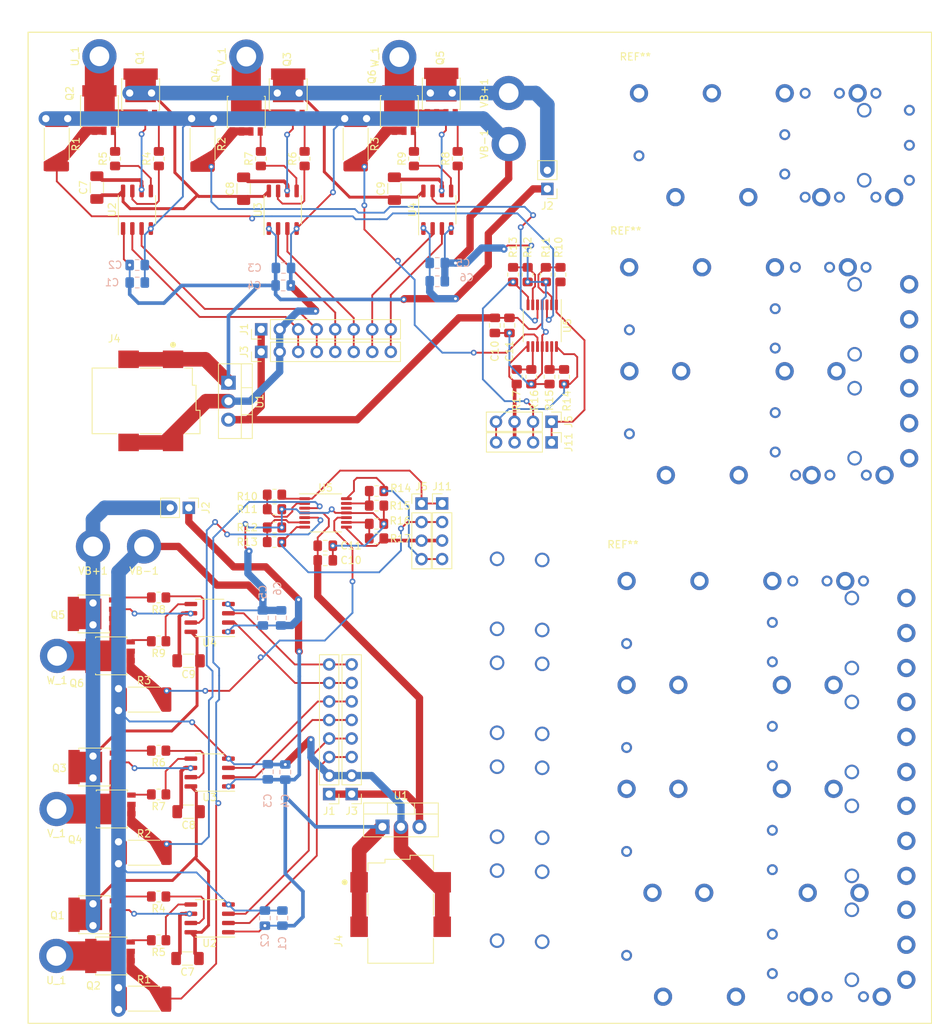
<source format=kicad_pcb>
(kicad_pcb (version 20211014) (generator pcbnew)
  (layers (0 "F.Cu" signal) (31 "B.Cu" signal) (34 "B.Paste" user) (35 "F.Paste" user) (36 "B.SilkS" user "B.Silkscreen") (37 "F.SilkS" user "F.Silkscreen") (38 "B.Mask" user) (39 "F.Mask" user) (44 "Edge.Cuts" user))
  (net 0 "")
  (net 1 "VCC")
  (net 2 "GND")
  (net 3 "Net-(J1-Pad3)")
  (net 4 "Net-(J1-Pad4)")
  (net 5 "+3V3")
  (net 6 "Net-(J1-Pad5)")
  (net 7 "Net-(J1-Pad6)")
  (net 8 "Net-(J1-Pad7)")
  (net 9 "Net-(J1-Pad8)")
  (net 10 "VBUS")
  (net 11 "Net-(J11-Pad1)")
  (net 12 "Net-(J11-Pad2)")
  (net 13 "Net-(J11-Pad3)")
  (net 14 "Net-(J11-Pad4)")
  (net 15 "/u_current")
  (net 16 "/v_current")
  (net 17 "/w_current")
  (net 18 "Net-(R4-Pad1)")
  (net 19 "Net-(R5-Pad1)")
  (net 20 "Net-(R6-Pad1)")
  (net 21 "Net-(R7-Pad1)")
  (net 22 "Net-(R8-Pad1)")
  (net 23 "Net-(R9-Pad1)")
  (net 24 "Net-(R10-Pad1)")
  (net 25 "Net-(R12-Pad1)")
  (net 26 "Net-(R14-Pad1)")
  (net 27 "Net-(R16-Pad1)")
  (net 29 "/U")
  (net 30 "/V")
  (net 31 "/W")
  (net 32 "Net-(Q1-Pad4)")
  (net 33 "Net-(Q2-Pad4)")
  (net 34 "Net-(Q3-Pad4)")
  (net 35 "Net-(Q4-Pad4)")
  (net 36 "Net-(Q5-Pad4)")
  (net 37 "Net-(Q6-Pad4)")
  (footprint "Resistor_SMD:R_0805_2012Metric_Pad1.20x1.40mm_HandSolder" (layer "F.Cu") (at 115.865 37.86 90)
    (fp_text reference "R6")
    (fp_text value "100")
  )
  (footprint "Resistor_SMD:R_0805_2012Metric_Pad1.20x1.40mm_HandSolder" (layer "F.Cu") (at 151.465 67.76 -90)
    (fp_text reference "R14")
    (fp_text value "10K")
  )
  (footprint "Capacitor_SMD:C_1206_3216Metric_Pad1.33x1.80mm_HandSolder" (layer "F.Cu") (at 107.495 41.9775 90)
    (fp_text reference "C8")
    (fp_text value "4.7u")
  )
  (footprint "Resistor_SMD:R_0805_2012Metric_Pad1.20x1.40mm_HandSolder" (layer "F.Cu") (at 150.965 53.76 -90)
    (fp_text reference "R10")
    (fp_text value "10K")
  )
  (footprint "Connector_PinHeader_2.54mm:PinHeader_1x04_P2.54mm_Vertical" (layer "F.Cu") (at 131.905 85.15)
    (fp_text reference "J5")
    (fp_text value "Conn_01x04_Female")
  )
  (footprint "1_user:sfp_1_port" (layer "F.Cu") (at 161.74 28.885)
    (fp_text reference "REF**")
    (fp_text value "sfp_1_port")
  )
  (footprint "Capacitor_SMD:C_0805_2012Metric_Pad1.18x1.45mm_HandSolder" (layer "F.Cu") (at 118.6975 92.93)
    (fp_text reference "C10")
    (fp_text value "4.7U")
  )
  (footprint "Package_TO_SOT_SMD:LFPAK56" (layer "F.Cu") (at 113.615 28.895 90)
    (fp_text reference "Q3")
    (fp_text value "PSMN020-100YS")
  )
  (footprint "Package_TO_SOT_THT:TO-220-3_Vertical" (layer "F.Cu") (at 105.42 68.57 -90)
    (fp_text reference "U1")
    (fp_text value "LM7805_TO220")
  )
  (footprint "1_user:sfp_2_port" (layer "F.Cu") (at 160.428891 52.75122)
    (fp_text reference "REF**")
    (fp_text value "sfp_2_port")
  )
  (footprint "Connector_PinHeader_2.54mm:PinHeader_1x08_P2.54mm_Vertical" (layer "F.Cu") (at 109.905 61.26 90)
    (fp_text reference "J1")
    (fp_text value "Conn_01x08_Female")
  )
  (footprint "MountingHole:MountingHole_2.7mm_M2.5_DIN965_Pad" (layer "F.Cu") (at 143.865 35.86 90)
    (fp_text reference "VB-1")
    (fp_text value "Conn_01x01_Female")
  )
  (footprint "MountingHole:MountingHole_2.7mm_M2.5_DIN965_Pad" (layer "F.Cu") (at 143.865 28.86 90)
    (fp_text reference "VB+1")
    (fp_text value "Conn_01x01_Female")
  )
  (footprint "" (layer "F.Cu") (at 142.27 92.73)
    (fp_text reference "")
    (fp_text value "")
  )
  (footprint "" (layer "F.Cu") (at 148.46 102.48)
    (fp_text reference "")
    (fp_text value "")
  )
  (footprint "Package_SO:SO-8_3.9x4.9mm_P1.27mm" (layer "F.Cu") (at 92.865 44.86 90)
    (fp_text reference "U2")
    (fp_text value "2EDL05")
  )
  (footprint "Package_TO_SOT_THT:TO-220-3_Vertical" (layer "F.Cu") (at 126.545 129.475)
    (fp_text reference "U1")
    (fp_text value "LM7805_TO220")
  )
  (footprint "Resistor_SMD:R_2512_6332Metric_Pad1.40x3.35mm_HandSolder" (layer "F.Cu") (at 122.865 35.86 -90)
    (fp_text reference "R3")
    (fp_text value "10m")
  )
  (footprint "Resistor_SMD:R_0805_2012Metric_Pad1.20x1.40mm_HandSolder" (layer "F.Cu") (at 95.835 119.03 180)
    (fp_text reference "R6")
    (fp_text value "100")
  )
  (footprint "MountingHole:MountingHole_2.7mm_M2.5_DIN965_Pad" (layer "F.Cu") (at 128.855 23.93 90)
    (fp_text reference "W_1")
    (fp_text value "Conn_01x01_Female")
  )
  (footprint "Connector_PinHeader_2.54mm:PinHeader_1x08_P2.54mm_Vertical" (layer "F.Cu") (at 122.325 124.985 180)
    (fp_text reference "J3")
    (fp_text value "Conn_01x08_Female")
  )
  (footprint "Resistor_SMD:R_0805_2012Metric_Pad1.20x1.40mm_HandSolder" (layer "F.Cu") (at 111.735 85.93)
    (fp_text reference "R11")
    (fp_text value "120")
  )
  (footprint "" (layer "F.Cu") (at 148.46 107.13)
    (fp_text reference "")
    (fp_text value "")
  )
  (footprint "" (layer "F.Cu") (at 142.27 116.58)
    (fp_text reference "")
    (fp_text value "")
  )
  (footprint "Connector_PinHeader_2.54mm:PinHeader_1x08_P2.54mm_Vertical" (layer "F.Cu") (at 119.235 124.99 180)
    (fp_text reference "J1")
    (fp_text value "Conn_01x08_Female")
  )
  (footprint "Resistor_SMD:R_0805_2012Metric_Pad1.20x1.40mm_HandSolder" (layer "F.Cu") (at 95.835 139.03 180)
    (fp_text reference "R4")
    (fp_text value "100")
  )
  (footprint "Package_TO_SOT_SMD:LFPAK56" (layer "F.Cu") (at 87.715 31.195 90)
    (fp_text reference "Q2")
    (fp_text value "PSMN020-100YS")
  )
  (footprint "MountingHole:MountingHole_2.7mm_M2.5_DIN965_Pad" (layer "F.Cu") (at 93.835 91.03 180)
    (fp_text reference "VB-1")
    (fp_text value "Conn_01x01_Female")
  )
  (footprint "Capacitor_SMD:C_1206_3216Metric_Pad1.33x1.80mm_HandSolder" (layer "F.Cu") (at 99.945 106.71 180)
    (fp_text reference "C9")
    (fp_text value "4.7u")
  )
  (footprint "Package_TO_SOT_SMD:LFPAK56" (layer "F.Cu") (at 89.17 106.03 180)
    (fp_text reference "Q6")
    (fp_text value "PSMN010-100YS")
  )
  (footprint "Capacitor_SMD:C_0805_2012Metric_Pad1.18x1.45mm_HandSolder" (layer "F.Cu") (at 141.965 60.7225 -90)
    (fp_text reference "C10")
    (fp_text value "4.7U")
  )
  (footprint "Connector_PinHeader_2.54mm:PinHeader_1x04_P2.54mm_Vertical" (layer "F.Cu") (at 134.735 85.14)
    (fp_text reference "J11")
    (fp_text value "Conn_01x04_Female")
  )
  (footprint "" (layer "F.Cu") (at 142.27 135.48)
    (fp_text reference "")
    (fp_text value "")
  )
  (footprint "Resistor_SMD:R_0805_2012Metric_Pad1.20x1.40mm_HandSolder" (layer "F.Cu") (at 125.735 89.93)
    (fp_text reference "R17")
    (fp_text value "10K")
  )
  (footprint "Connector_PinHeader_2.54mm:PinHeader_1x08_P2.54mm_Vertical" (layer "F.Cu") (at 109.91 64.35 90)
    (fp_text reference "J3")
    (fp_text value "Conn_01x08_Female")
  )
  (footprint "Resistor_SMD:R_0805_2012Metric_Pad1.20x1.40mm_HandSolder" (layer "F.Cu") (at 149.465 67.76 -90)
    (fp_text reference "R15")
    (fp_text value "120")
  )
  (footprint "Package_SO:TSSOP-14_4.4x5mm_P0.65mm" (layer "F.Cu") (at 148.465 60.76 -90)
    (fp_text reference "U5")
    (fp_text value "tsv914a")
  )
  (footprint "Resistor_SMD:R_2512_6332Metric_Pad1.40x3.35mm_HandSolder" (layer "F.Cu") (at 101.865 35.86 -90)
    (fp_text reference "R2")
    (fp_text value "10m")
  )
  (footprint "Resistor_SMD:R_0805_2012Metric_Pad1.20x1.40mm_HandSolder" (layer "F.Cu") (at 111.735 88.43)
    (fp_text reference "R12")
    (fp_text value "120")
  )
  (footprint "Resistor_SMD:R_2512_6332Metric_Pad1.40x3.35mm_HandSolder" (layer "F.Cu") (at 93.835 153.03)
    (fp_text reference "R1")
    (fp_text value "10m")
  )
  (footprint "Resistor_SMD:R_2512_6332Metric_Pad1.40x3.35mm_HandSolder" (layer "F.Cu") (at 93.835 112.03)
    (fp_text reference "R3")
    (fp_text value "10m")
  )
  (footprint "Capacitor_SMD:C_1206_3216Metric_Pad1.33x1.80mm_HandSolder" (layer "F.Cu") (at 99.7975 147.53 180)
    (fp_text reference "C7")
    (fp_text value "4.7u")
  )
  (footprint "Resistor_SMD:R_0805_2012Metric_Pad1.20x1.40mm_HandSolder" (layer "F.Cu") (at 95.835 145.03 180)
    (fp_text reference "R5")
    (fp_text value "100")
  )
  (footprint "" (layer "F.Cu") (at 148.46 130.98)
    (fp_text reference "")
    (fp_text value "")
  )
  (footprint "Resistor_SMD:R_0805_2012Metric_Pad1.20x1.40mm_HandSolder" (layer "F.Cu") (at 95.835 98.03 180)
    (fp_text reference "R8")
    (fp_text value "100")
  )
  (footprint "Package_SO:SO-8_3.9x4.9mm_P1.27mm" (layer "F.Cu") (at 112.865 44.86 90)
    (fp_text reference "U3")
    (fp_text value "2EDL05")
  )
  (footprint "" (layer "F.Cu") (at 142.27 130.83)
    (fp_text reference "")
    (fp_text value "")
  )
  (footprint "Resistor_SMD:R_0805_2012Metric_Pad1.20x1.40mm_HandSolder" (layer "F.Cu") (at 125.735 85.43)
    (fp_text reference "R15")
    (fp_text value "120")
  )
  (footprint "MountingHole:MountingHole_2.7mm_M2.5_DIN965_Pad" (layer "F.Cu") (at 81.905 106.04 180)
    (fp_text reference "W_1")
    (fp_text value "Conn_01x01_Female")
  )
  (footprint "Capacitor_SMD:C_0805_2012Metric_Pad1.18x1.45mm_HandSolder" (layer "F.Cu") (at 118.6975 90.93)
    (fp_text reference "C11")
    (fp_text value "10n")
  )
  (footprint "Package_SO:SO-8_3.9x4.9mm_P1.27mm" (layer "F.Cu") (at 102.835 122.03 180)
    (fp_text reference "U3")
    (fp_text value "2EDL05")
  )
  (footprint "Resistor_SMD:R_2512_6332Metric_Pad1.40x3.35mm_HandSolder" (layer "F.Cu") (at 93.835 133.03)
    (fp_text reference "R2")
    (fp_text value "10m")
  )
  (footprint "Capacitor_SMD:C_0805_2012Metric_Pad1.18x1.45mm_HandSolder" (layer "F.Cu") (at 143.965 60.7225 -90)
    (fp_text reference "C11")
    (fp_text value "10n")
  )
  (footprint "" (layer "F.Cu") (at 142.27 145.08)
    (fp_text reference "")
    (fp_text value "")
  )
  (footprint "Package_SO:TSSOP-14_4.4x5mm_P0.65mm" (layer "F.Cu") (at 118.735 86.43)
    (fp_text reference "U5")
    (fp_text value "tsv914a")
  )
  (footprint "Package_SO:SO-8_3.9x4.9mm_P1.27mm" (layer "F.Cu") (at 134.065 44.86 90)
    (fp_text reference "U4")
    (fp_text value "2EDL05")
  )
  (footprint "Capacitor_SMD:C_1206_3216Metric_Pad1.33x1.80mm_HandSolder" (layer "F.Cu") (at 87.365 41.8225 90)
    (fp_text reference "C7")
    (fp_text value "4.7u")
  )
  (footprint "A_user:CUI_PJ-002BH-SMT-TR" (layer "F.Cu") (at 123.3425 137.08 90)
    (fp_text reference "J4")
    (fp_text value "Barrel_Jack_Switch_Pin3Ring")
  )
  (footprint "Resistor_SMD:R_0805_2012Metric_Pad1.20x1.40mm_HandSolder" (layer "F.Cu") (at 146.465 53.76 -90)
    (fp_text reference "R12")
    (fp_text value "120")
  )
  (footprint "Connector_PinHeader_2.54mm:PinHeader_1x02_P2.54mm_Vertical" (layer "F.Cu") (at 149.165 42 180)
    (fp_text reference "J2")
    (fp_text value "Conn_01x02")
  )
  (footprint "Resistor_SMD:R_2512_6332Metric_Pad1.40x3.35mm_HandSolder" (layer "F.Cu") (at 81.865 35.86 -90)
    (fp_text reference "R1")
    (fp_text value "10m")
  )
  (footprint "Connector_PinHeader_2.54mm:PinHeader_1x04_P2.54mm_Vertical" (layer "F.Cu") (at 149.755 76.76 -90)
    (fp_text reference "J11")
    (fp_text value "Conn_01x04_Female")
  )
  (footprint "Package_TO_SOT_SMD:LFPAK56" (layer "F.Cu") (at 89.27 127.03 180)
    (fp_text reference "Q4")
    (fp_text value "PSMN020-100YS")
  )
  (footprint "Resistor_SMD:R_0805_2012Metric_Pad1.20x1.40mm_HandSolder" (layer "F.Cu") (at 144.965 67.76 -90)
    (fp_text reference "R17")
    (fp_text value "10K")
  )
  (footprint "Resistor_SMD:R_0805_2012Metric_Pad1.20x1.40mm_HandSolder" (layer "F.Cu") (at 95.835 104.03 180)
    (fp_text reference "R9")
    (fp_text value "100")
  )
  (footprint "Resistor_SMD:R_0805_2012Metric_Pad1.20x1.40mm_HandSolder" (layer "F.Cu") (at 95.835 125.03 180)
    (fp_text reference "R7")
    (fp_text value "100")
  )
  (footprint "" (layer "F.Cu") (at 148.46 135.63)
    (fp_text reference "")
    (fp_text value "")
  )
  (footprint "Package_SO:SO-8_3.9x4.9mm_P1.27mm" (layer "F.Cu") (at 102.835 142.03 180)
    (fp_text reference "U2")
    (fp_text value "2EDL05")
  )
  (footprint "Package_TO_SOT_SMD:LFPAK56" (layer "F.Cu") (at 86.87 141.53 180)
    (fp_text reference "Q1")
    (fp_text value "PSMN020-100YS")
  )
  (footprint "Connector_PinHeader_2.54mm:PinHeader_1x04_P2.54mm_Vertical" (layer "F.Cu") (at 149.745 73.93 -90)
    (fp_text reference "J5")
    (fp_text value "Conn_01x04_Female")
  )
  (footprint "Resistor_SMD:R_0805_2012Metric_Pad1.20x1.40mm_HandSolder" (layer "F.Cu") (at 125.735 83.43)
    (fp_text reference "R14")
    (fp_text value "10K")
  )
  (footprint "MountingHole:MountingHole_2.7mm_M2.5_DIN965_Pad" (layer "F.Cu") (at 87.715 23.82 90)
    (fp_text reference "U_1")
    (fp_text value "Conn_01x01_Female")
  )
  (footprint "Resistor_SMD:R_0805_2012Metric_Pad1.20x1.40mm_HandSolder" (layer "F.Cu") (at 144.465 53.76 -90)
    (fp_text reference "R13")
    (fp_text value "10K")
  )
  (footprint "Resistor_SMD:R_0805_2012Metric_Pad1.20x1.40mm_HandSolder" (layer "F.Cu") (at 111.735 90.43)
    (fp_text reference "R13")
    (fp_text value "10K")
  )
  (footprint "Package_TO_SOT_SMD:LFPAK56" (layer "F.Cu") (at 86.77 100.28 180)
    (fp_text reference "Q5")
    (fp_text value "PSMN020-100YS")
  )
  (footprint "Package_TO_SOT_SMD:LFPAK56" (layer "F.Cu") (at 134.615 28.795 90)
    (fp_text reference "Q5")
    (fp_text value "PSMN020-100YS")
  )
  (footprint "MountingHole:MountingHole_2.7mm_M2.5_DIN965_Pad" (layer "F.Cu") (at 107.865 23.86 90)
    (fp_text reference "V_1")
    (fp_text value "Conn_01x01_Female")
  )
  (footprint "" (layer "F.Cu") (at 148.46 116.73)
    (fp_text reference "")
    (fp_text value "")
  )
  (footprint "" (layer "F.Cu") (at 142.27 106.98)
    (fp_text reference "")
    (fp_text value "")
  )
  (footprint "Resistor_SMD:R_0805_2012Metric_Pad1.20x1.40mm_HandSolder" (layer "F.Cu") (at 95.865 37.86 90)
    (fp_text reference "R4")
    (fp_text value "100")
  )
  (footprint "A_user:CUI_PJ-002BH-SMT-TR" (layer "F.Cu") (at 97.815 65.3675)
    (fp_text reference "J4")
    (fp_text value "Barrel_Jack_Switch_Pin3Ring")
  )
  (footprint "Resistor_SMD:R_0805_2012Metric_Pad1.20x1.40mm_HandSolder" (layer "F.Cu") (at 136.865 37.86 90)
    (fp_text reference "R8")
    (fp_text value "100")
  )
  (footprint "MountingHole:MountingHole_2.7mm_M2.5_DIN965_Pad" (layer "F.Cu") (at 81.835 127.03 180)
    (fp_text reference "V_1")
    (fp_text value "Conn_01x01_Female")
  )
  (footprint "Resistor_SMD:R_0805_2012Metric_Pad1.20x1.40mm_HandSolder" (layer "F.Cu") (at 130.865 37.86 90)
    (fp_text reference "R9")
    (fp_text value "100")
  )
  (footprint "Resistor_SMD:R_0805_2012Metric_Pad1.20x1.40mm_HandSolder" (layer "F.Cu") (at 111.735 83.93)
    (fp_text reference "R10")
    (fp_text value "10K")
  )
  (footprint "" (layer "F.Cu") (at 148.46 145.23)
    (fp_text reference "")
    (fp_text value "")
  )
  (footprint "Package_TO_SOT_SMD:LFPAK56" (layer "F.Cu") (at 128.865 31.195 90)
    (fp_text reference "Q6")
    (fp_text value "PSMN010-100YS")
  )
  (footprint "1_user:sfp_4_port" (layer "F.Cu") (at 160.04 95.77)
    (fp_text reference "REF**")
    (fp_text value "sfp_4_port")
  )
  (footprint "MountingHole:MountingHole_2.7mm_M2.5_DIN965_Pad" (layer "F.Cu") (at 81.795 147.18 180)
    (fp_text reference "U_1")
    (fp_text value "Conn_01x01_Female")
  )
  (footprint "Resistor_SMD:R_0805_2012Metric_Pad1.20x1.40mm_HandSolder" (layer "F.Cu") (at 89.865 37.86 90)
    (fp_text reference "R5")
    (fp_text value "100")
  )
  (footprint "Capacitor_SMD:C_1206_3216Metric_Pad1.33x1.80mm_HandSolder" (layer "F.Cu") (at 99.9525 127.4 180)
    (fp_text reference "C8")
    (fp_text value "4.7u")
  )
  (footprint "Resistor_SMD:R_0805_2012Metric_Pad1.20x1.40mm_HandSolder" (layer "F.Cu") (at 148.965 53.76 -90)
    (fp_text reference "R11")
    (fp_text value "120")
  )
  (footprint "Connector_PinHeader_2.54mm:PinHeader_1x02_P2.54mm_Vertical" (layer "F.Cu") (at 99.975 85.73 -90)
    (fp_text reference "J2")
    (fp_text value "Conn_01x02")
  )
  (footprint "Resistor_SMD:R_0805_2012Metric_Pad1.20x1.40mm_HandSolder" (layer "F.Cu") (at 146.965 67.76 -90)
    (fp_text reference "R16")
    (fp_text value "120")
  )
  (footprint "Capacitor_SMD:C_1206_3216Metric_Pad1.33x1.80mm_HandSolder" (layer "F.Cu") (at 128.185 41.97 90)
    (fp_text reference "C9")
    (fp_text value "4.7u")
  )
  (footprint "Package_SO:SO-8_3.9x4.9mm_P1.27mm" (layer "F.Cu") (at 102.835 100.83 180)
    (fp_text reference "U4")
    (fp_text value "2EDL05")
  )
  (footprint "" (layer "F.Cu") (at 142.27 102.33)
    (fp_text reference "")
    (fp_text value "")
  )
  (footprint "" (layer "F.Cu") (at 142.27 121.23)
    (fp_text reference "")
    (fp_text value "")
  )
  (footprint "Resistor_SMD:R_0805_2012Metric_Pad1.20x1.40mm_HandSolder" (layer "F.Cu") (at 125.735 87.93)
    (fp_text reference "R16")
    (fp_text value "120")
  )
  (footprint "Package_TO_SOT_SMD:LFPAK56" (layer "F.Cu") (at 93.365 28.895 90)
    (fp_text reference "Q1")
    (fp_text value "PSMN020-100YS")
  )
  (footprint "" (layer "F.Cu") (at 148.46 92.88)
    (fp_text reference "")
    (fp_text value "")
  )
  (footprint "Package_TO_SOT_SMD:LFPAK56" (layer "F.Cu") (at 89.17 147.18 180)
    (fp_text reference "Q2")
    (fp_text value "PSMN020-100YS")
  )
  (footprint "Package_TO_SOT_SMD:LFPAK56" (layer "F.Cu") (at 107.865 31.295 90)
    (fp_text reference "Q4")
    (fp_text value "PSMN020-100YS")
  )
  (footprint "MountingHole:MountingHole_2.7mm_M2.5_DIN965_Pad" (layer "F.Cu") (at 86.835 91.03 180)
    (fp_text reference "VB+1")
    (fp_text value "Conn_01x01_Female")
  )
  (footprint "Resistor_SMD:R_0805_2012Metric_Pad1.20x1.40mm_HandSolder" (layer "F.Cu") (at 109.865 37.86 90)
    (fp_text reference "R7")
    (fp_text value "100")
  )
  (footprint "" (layer "F.Cu") (at 148.46 121.38)
    (fp_text reference "")
    (fp_text value "")
  )
  (footprint "Package_TO_SOT_SMD:LFPAK56" (layer "F.Cu") (at 86.87 121.28 180)
    (fp_text reference "Q3")
    (fp_text value "PSMN020-100YS")
  )
  (footprint "Capacitor_SMD:C_0805_2012Metric_Pad1.18x1.45mm_HandSolder" (layer "B.Cu") (at 110.14 100.83 90)
    (fp_text reference "C5")
    (fp_text value "4.7U")
  )
  (footprint "Capacitor_SMD:C_0805_2012Metric_Pad1.18x1.45mm_HandSolder" (layer "B.Cu") (at 112.965 52.84)
    (fp_text reference "C3")
    (fp_text value "4.7U")
  )
  (footprint "Capacitor_SMD:C_0805_2012Metric_Pad1.18x1.45mm_HandSolder" (layer "B.Cu") (at 134.065 52.165)
    (fp_text reference "C5")
    (fp_text value "4.7U")
  )
  (footprint "Capacitor_SMD:C_0805_2012Metric_Pad1.18x1.45mm_HandSolder" (layer "B.Cu") (at 110.815 121.93 90)
    (fp_text reference "C3")
    (fp_text value "4.7U")
  )
  (footprint "Capacitor_SMD:C_0805_2012Metric_Pad1.18x1.45mm_HandSolder" (layer "B.Cu") (at 112.815 141.9925 90)
    (fp_text reference "C1")
    (fp_text value "4.7U")
  )
  (footprint "Capacitor_SMD:C_0805_2012Metric_Pad1.18x1.45mm_HandSolder" (layer "B.Cu") (at 134.065 54.665)
    (fp_text reference "C6")
    (fp_text value "10n")
  )
  (footprint "Capacitor_SMD:C_0805_2012Metric_Pad1.18x1.45mm_HandSolder" (layer "B.Cu") (at 110.415 141.9925 90)
    (fp_text reference "C2")
    (fp_text value "10n")
  )
  (footprint "Capacitor_SMD:C_0805_2012Metric_Pad1.18x1.45mm_HandSolder" (layer "B.Cu") (at 112.64 100.83 90)
    (fp_text reference "C6")
    (fp_text value "10n")
  )
  (footprint "Capacitor_SMD:C_0805_2012Metric_Pad1.18x1.45mm_HandSolder" (layer "B.Cu") (at 112.9275 55.24)
    (fp_text reference "C4")
    (fp_text value "10n")
  )
  (footprint "Capacitor_SMD:C_0805_2012Metric_Pad1.18x1.45mm_HandSolder" (layer "B.Cu") (at 92.9025 54.84)
    (fp_text reference "C1")
    (fp_text value "4.7U")
  )
  (footprint "Capacitor_SMD:C_0805_2012Metric_Pad1.18x1.45mm_HandSolder" (layer "B.Cu") (at 113.215 121.9675 90)
    (fp_text reference "C4")
    (fp_text value "10n")
  )
  (footprint "Capacitor_SMD:C_0805_2012Metric_Pad1.18x1.45mm_HandSolder" (layer "B.Cu") (at 92.9025 52.44)
    (fp_text reference "C2")
    (fp_text value "10n")
  )
  (gr_rect (start 77.93 156.43) (end 201.88 20.52) (layer "F.SilkS") (width 0.15) (fill none))
  (segment (start 123.3425 143.18) (end 123.3425 137.08) (width 2) (layer "F.Cu") (net 1))
  (segment (start 123.3425 132.6775) (end 126.545 129.475) (width 2) (layer "F.Cu") (net 1))
  (segment (start 110.415 143.03) (end 109.615 143.83) (width 0.25) (layer "F.Cu") (net 1))
  (segment (start 109.615 143.83) (end 105.535 143.83) (width 0.25) (layer "F.Cu") (net 1))
  (segment (start 99.975 87.67) (end 99.975 85.73) (width 1) (layer "F.Cu") (net 1))
  (segment (start 129.565 57.06) (end 129.465 57.16) (width 1) (layer "F.Cu") (net 1))
  (segment (start 97.815 65.3675) (end 102.2175 65.3675) (width 2) (layer "F.Cu") (net 1))
  (segment (start 136.565 57.06) (end 129.565 57.06) (width 1) (layer "F.Cu") (net 1))
  (segment (start 106.135 93.83) (end 99.975 87.67) (width 1) (layer "F.Cu") (net 1))
  (segment (start 102.2175 65.3675) (end 105.42 68.57) (width 2) (layer "F.Cu") (net 1))
  (segment (start 141.065 48.16) (end 147.225 42) (width 1) (layer "F.Cu") (net 1))
  (segment (start 91.065 51.64) (end 91.065 47.56) (width 0.25) (layer "F.Cu") (net 1))
  (segment (start 91.715 65.3675) (end 97.815 65.3675) (width 2) (layer "F.Cu") (net 1))
  (segment (start 115.035 98.33) (end 110.535 93.83) (width 1) (layer "F.Cu") (net 1))
  (segment (start 115.035 98.33) (end 115.035 105.33) (width 1) (layer "F.Cu") (net 1))
  (segment (start 141.065 52.56) (end 141.065 48.16) (width 1) (layer "F.Cu") (net 1))
  (segment (start 115.035 105.33) (end 115.135 105.43) (width 1) (layer "F.Cu") (net 1))
  (segment (start 123.3425 137.08) (end 123.3425 132.6775) (width 2) (layer "F.Cu") (net 1))
  (segment (start 105.535 143.83) (end 105.435 143.93) (width 0.25) (layer "F.Cu") (net 1))
  (segment (start 91.065 47.56) (end 90.965 47.46) (width 0.25) (layer "F.Cu") (net 1))
  (segment (start 147.225 42) (end 149.165 42) (width 1) (layer "F.Cu") (net 1))
  (segment (start 136.565 57.06) (end 141.065 52.56) (width 1) (layer "F.Cu") (net 1))
  (segment (start 110.535 93.83) (end 106.135 93.83) (width 1) (layer "F.Cu") (net 1))
  (segment (start 91.865 52.44) (end 91.065 51.64) (width 0.25) (layer "F.Cu") (net 1))
  (via (at 115.035 98.33) (size 0.8) (drill 0.4) (layers "F.Cu" "B.Cu") (net 1))
  (via (at 136.565 57.06) (size 0.8) (drill 0.4) (layers "F.Cu" "B.Cu") (net 1))
  (via (at 91.865 52.44) (size 0.8) (drill 0.4) (layers "F.Cu" "B.Cu") (net 1))
  (via (at 110.415 143.03) (size 0.8) (drill 0.4) (layers "F.Cu" "B.Cu") (net 1))
  (via (at 132.165 47.36) (size 0.8) (drill 0.4) (layers "F.Cu" "B.Cu") (net 1))
  (via (at 105.335 102.73) (size 0.8) (drill 0.4) (layers "F.Cu" "B.Cu") (net 1))
  (via (at 105.435 123.93) (size 0.8) (drill 0.4) (layers "F.Cu" "B.Cu") (net 1))
  (via (at 110.965 47.46) (size 0.8) (drill 0.4) (layers "F.Cu" "B.Cu") (net 1))
  (via (at 115.135 105.43) (size 0.8) (drill 0.4) (layers "F.Cu" "B.Cu") (net 1))
  (via (at 129.465 57.16) (size 0.8) (drill 0.4) (layers "F.Cu" "B.Cu") (net 1))
  (segment (start 96.565 57.66) (end 93.065 57.66) (width 0.5) (layer "B.Cu") (net 1))
  (segment (start 111.89 56.485) (end 112.565 57.16) (width 0.5) (layer "B.Cu") (net 1))
  (segment (start 113.215 123.005) (end 110.8525 123.005) (width 0.5) (layer "B.Cu") (net 1))
  (segment (start 91.865 56.46) (end 91.865 54.84) (width 0.5) (layer "B.Cu") (net 1))
  (segment (start 132.165 47.36) (end 133.0275 48.2225) (width 0.25) (layer "B.Cu") (net 1))
  (segment (start 117.38 129.475) (end 126.545 129.475) (width 0.5) (layer "B.Cu") (net 1))
  (segment (start 126.065 57.16) (end 129.465 57.16) (width 0.5) (layer "B.Cu") (net 1))
  (segment (start 93.065 57.66) (end 91.865 56.46) (width 0.5) (layer "B.Cu") (net 1))
  (segment (start 114.0975 101.8675) (end 115.035 100.93) (width 1) (layer "B.Cu") (net 1))
  (segment (start 113.215 123.005) (end 113.215 124.35) (width 0.5) (layer "B.Cu") (net 1))
  (segment (start 111.89 55.24) (end 111.89 52.8775) (width 0.5) (layer "B.Cu") (net 1))
  (segment (start 106.3975 122.9675) (end 110.815 122.9675) (width 0.25) (layer "B.Cu") (net 1))
  (segment (start 110.8525 123.005) (end 110.815 122.9675) (width 0.25) (layer "B.Cu") (net 1))
  (segment (start 110.545 55.24) (end 98.985 55.24) (width 0.5) (layer "B.Cu") (net 1))
  (segment (start 110.545 55.24) (end 109.585 55.24) (width 0.5) (layer "B.Cu") (net 1))
  (segment (start 113.215 124.35) (end 113.215 125.31) (width 0.5) (layer "B.Cu") (net 1))
  (segment (start 106.1975 101.8675) (end 110.14 101.8675) (width 0.25) (layer "B.Cu") (net 1))
  (segment (start 114.435 143.03) (end 112.815 143.03) (width 0.5) (layer "B.Cu") (net 1))
  (segment (start 115.135 108.83) (end 115.135 105.43) (width 0.5) (layer "B.Cu") (net 1))
  (segment (start 133.0275 54.665) (end 133.0275 52.165) (width 0.25) (layer "B.Cu") (net 1))
  (segment (start 112.64 101.8675) (end 114.0975 101.8675) (width 1) (layer "B.Cu") (net 1))
  (segment (start 115.135 122.33) (end 115.135 108.83) (width 0.5) (layer "B.Cu") (net 1))
  (segment (start 133.0275 56.1225) (end 133.965 57.06) (width 1) (layer "B.Cu") (net 1))
  (segment (start 133.965 57.06) (end 136.565 57.06) (width 1) (layer "B.Cu") (net 1))
  (segment (start 112.565 57.16) (end 126.065 57.16) (width 0.5) (layer "B.Cu") (net 1))
  (segment (start 111.9275 48.4225) (end 111.9275 52.84) (width 0.25) (layer "B.Cu") (net 1))
  (segment (start 105.335 102.73) (end 106.1975 101.8675) (width 0.25) (layer "B.Cu") (net 1))
  (segment (start 98.985 55.24) (end 96.565 57.66) (width 0.5) (layer "B.Cu") (net 1))
  (segment (start 111.89 55.24) (end 111.89 56.485) (width 0.5) (layer "B.Cu") (net 1))
  (segment (start 113.215 124.35) (end 113.215 135.91) (width 0.5) (layer "B.Cu") (net 1))
  (segment (start 111.89 52.8775) (end 111.9275 52.84) (width 0.25) (layer "B.Cu") (net 1))
  (segment (start 115.035 100.93) (end 115.035 98.33) (width 1) (layer "B.Cu") (net 1))
  (segment (start 133.0275 48.2225) (end 133.0275 52.165) (width 0.25) (layer "B.Cu") (net 1))
  (segment (start 91.865 54.84) (end 91.865 52.44) (width 0.25) (layer "B.Cu") (net 1))
  (segment (start 115.635 141.83) (end 114.435 143.03) (width 0.5) (layer "B.Cu") (net 1))
  (segment (start 105.435 123.93) (end 106.3975 122.9675) (width 0.25) (layer "B.Cu") (net 1))
  (segment (start 112.815 143.03) (end 110.415 143.03) (width 0.25) (layer "B.Cu") (net 1))
  (segment (start 105.42 59.405) (end 105.42 68.57) (width 0.5) (layer "B.Cu") (net 1))
  (segment (start 109.585 55.24) (end 105.42 59.405) (width 0.5) (layer "B.Cu") (net 1))
  (segment (start 114.46 123.005) (end 115.135 122.33) (width 0.5) (layer "B.Cu") (net 1))
  (segment (start 113.215 135.91) (end 115.635 138.33) (width 0.5) (layer "B.Cu") (net 1))
  (segment (start 111.89 55.24) (end 110.545 55.24) (width 0.5) (layer "B.Cu") (net 1))
  (segment (start 110.965 47.46) (end 111.9275 48.4225) (width 0.25) (layer "B.Cu") (net 1))
  (segment (start 113.215 123.005) (end 114.46 123.005) (width 0.5) (layer "B.Cu") (net 1))
  (segment (start 133.0275 54.665) (end 133.0275 56.1225) (width 1) (layer "B.Cu") (net 1))
  (segment (start 112.64 101.8675) (end 110.14 101.8675) (width 0.25) (layer "B.Cu") (net 1))
  (segment (start 113.215 125.31) (end 117.38 129.475) (width 0.5) (layer "B.Cu") (net 1))
  (segment (start 115.635 138.33) (end 115.635 141.83) (width 0.5) (layer "B.Cu") (net 1))
  (segment (start 110.14 98.335) (end 108.135 96.33) (width 1) (layer "F.Cu") (net 2))
  (segment (start 121.5975 86.43) (end 120.085 86.43) (width 0.25) (layer "F.Cu") (net 2))
  (segment (start 148.465 62.11) (end 148.965 61.61) (width 0.25) (layer "F.Cu") (net 2))
  (segment (start 98.535 91.03) (end 93.835 91.03) (width 1) (layer "F.Cu") (net 2))
  (segment (start 138.565 45.86) (end 143.865 40.56) (width 1) (layer "F.Cu") (net 2))
  (segment (start 105.42 71.11) (end 102.365 71.11) (width 2) (layer "F.Cu") (net 2))
  (segment (start 120.085 86.43) (end 119.585 85.93) (width 0.25) (layer "F.Cu") (net 2))
  (segment (start 103.835 96.33) (end 98.535 91.03) (width 1) (layer "F.Cu") (net 2))
  (segment (start 117.365 58.64) (end 113.965 55.24) (width 1) (layer "F.Cu") (net 2))
  (segment (start 96.7075 76.7675) (end 91.715 76.7675) (width 2) (layer "F.Cu") (net 2))
  (segment (start 100.435 115.13) (end 100.435 115.15) (width 0.25) (layer "F.Cu") (net 2))
  (segment (start 143.715 49.76) (end 143.215 50.26) (width 0.25) (layer "F.Cu") (net 2))
  (segment (start 148.465 63.6225) (end 148.44048 63.64702) (width 0.25) (layer "F.Cu") (net 2))
  (segment (start 136.56 52.165) (end 138.565 50.16) (width 1) (layer "F.Cu") (net 2))
  (segment (start 121.62202 86.45452) (end 125.25952 86.45452) (width 0.25) (layer "F.Cu") (net 2))
  (segment (start 129.085 129.475) (end 129.085 132.53) (width 2) (layer "F.Cu") (net 2))
  (segment (start 146.965 49.76) (end 143.715 49.76) (width 0.25) (layer "F.Cu") (net 2))
  (segment (start 108.135 96.33) (end 103.835 96.33) (width 1) (layer "F.Cu") (net 2))
  (segment (start 134.7425 138.1875) (end 134.7425 143.18) (width 2) (layer "F.Cu") (net 2))
  (segment (start 141.965 61.76) (end 143.965 61.76) (width 0.25) (layer "F.Cu") (net 2))
  (segment (start 148.465 63.6225) (end 148.465 62.11) (width 0.25) (layer "F.Cu") (net 2))
  (segment (start 119.735 92.93) (end 119.735 90.93) (width 0.25) (layer "F.Cu") (net 2))
  (segment (start 125.25952 86.45452) (end 126.735 87.93) (width 0.25) (layer "F.Cu") (net 2))
  (segment (start 143.865 40.56) (end 143.865 35.86) (width 1) (layer "F.Cu") (net 2))
  (segment (start 100.435 115.15) (end 105.41 120.125) (width 0.25) (layer "F.Cu") (net 2))
  (segment (start 126.735 87.93) (end 126.735 85.43) (width 0.25) (layer "F.Cu") (net 2))
  (segment (start 119.745 42.46) (end 114.77 47.435) (width 0.25) (layer "F.Cu") (net 2))
  (segment (start 121.5975 86.43) (end 121.62202 86.45452) (width 0.25) (layer "F.Cu") (net 2))
  (segment (start 102.365 71.11) (end 96.7075 76.7675) (width 2) (layer "F.Cu") (net 2))
  (segment (start 138.565 50.16) (end 138.565 45.86) (width 1) (layer "F.Cu") (net 2))
  (segment (start 119.765 42.46) (end 119.745 42.46) (width 0.25) (layer "F.Cu") (net 2))
  (segment (start 146.965 68.76) (end 149.465 68.76) (width 0.25) (layer "F.Cu") (net 2))
  (segment (start 148.44048 63.64702) (end 148.44048 67.28452) (width 0.25) (layer "F.Cu") (net 2))
  (segment (start 116.735 117.53) (end 116.615 117.53) (width 1) (layer "F.Cu") (net 2))
  (segment (start 129.085 132.53) (end 134.7425 138.1875) (width 2) (layer "F.Cu") (net 2))
  (segment (start 148.44048 67.28452) (end 146.965 68.76) (width 0.25) (layer "F.Cu") (net 2))
  (segment (start 107.735 91.18) (end 108.235 91.68) (width 0.25) (layer "F.Cu") (net 2))
  (segment (start 116.615 117.53) (end 113.215 120.93) (width 1) (layer "F.Cu") (net 2))
  (segment (start 107.735 87.93) (end 107.735 91.18) (width 0.25) (layer "F.Cu") (net 2))
  (segment (start 117.365 58.76) (end 117.365 58.64) (width 1) (layer "F.Cu") (net 2))
  (via (at 112.735 85.93) (size 0.8) (drill 0.4) (layers "F.Cu" "B.Cu") (net 2))
  (via (at 126.735 87.93) (size 0.8) (drill 0.4) (layers "F.Cu" "B.Cu") (net 2))
  (via (at 112.735 88.43) (size 0.8) (drill 0.4) (layers "F.Cu" "B.Cu") (net 2))
  (via (at 80.365 32.36) (size 1.2) (drill 1) (layers "F.Cu" "B.Cu") (net 2))
  (via (at 108.235 91.68) (size 0.8) (drill 0.4) (layers "F.Cu" "B.Cu") (net 2))
  (via (at 90.335 154.53) (size 1.2) (drill 1) (layers "F.Cu" "B.Cu") (net 2))
  (via (at 117.365 58.76) (size 0.8) (drill 0.4) (layers "F.Cu" "B.Cu") (net 2))
  (via (at 148.965 61.61) (size 0.8) (drill 0.4) (layers "F.Cu" "B.Cu") (net 2))
  (via (at 116.735 117.53) (size 0.8) (drill 0.4) (layers "F.Cu" "B.Cu") (net 2))
  (via (at 114.765 47.46) (size 0.8) (drill 0.4) (layers "F.Cu" "B.Cu") (net 2))
  (via (at 90.335 134.53) (size 1.2) (drill 1) (layers "F.Cu" "B.Cu") (net 2))
  (via (at 119.765 42.46) (size 0.8) (drill 0.4) (layers "F.Cu" "B.Cu") (net 2))
  (via (at 136.56 52.165) (size 0.8) (drill 0.4) (layers "F.Cu" "B.Cu") (net 2))
  (via (at 94.765 47.46) (size 0.8) (drill 0.4) (layers "F.Cu" "B.Cu") (net 2))
  (via (at 135.965 47.36) (size 0.8) (drill 0.4) (layers "F.Cu" "B.Cu") (net 2))
  (via (at 90.335 151.53) (size 1.2) (drill 1) (layers "F.Cu" "B.Cu") (net 2))
  (via (at 119.735 90.93) (size 0.8) (drill 0.4) (layers "F.Cu" "B.Cu") (net 2))
  (via (at 110.14 98.335) (size 0.8) (drill 0.4) (layers "F.Cu" "B.Cu") (net 2))
  (via (at 83.365 32.36) (size 1.2) (drill 1) (layers "F.Cu" "B.Cu") (net 2))
  (via (at 146.465 54.76) (size 0.8) (drill 0.4) (layers "F.Cu" "B.Cu") (net 2))
  (via (at 105.435 120.13) (size 0.8) (drill 0.4) (layers "F.Cu" "B.Cu") (net 2))
  (via (at 121.365 32.36) (size 1.2) (drill 1) (layers "F.Cu" "B.Cu") (net 2))
  (via (at 143.215 50.26) (size 0.8) (drill 0.4) (layers "F.Cu" "B.Cu") (net 2))
  (via (at 143.965 61.76) (size 0.8) (drill 0.4) (layers "F.Cu" "B.Cu") (net 2))
  (via (at 113.215 120.93) (size 0.8) (drill 0.4) (layers "F.Cu" "B.Cu") (net 2))
  (via (at 103.365 32.36) (size 1.2) (drill 1) (layers "F.Cu" "B.Cu") (net 2))
  (via (at 146.965 49.76) (size 0.8) (drill 0.4) (layers "F.Cu" "B.Cu") (net 2))
  (via (at 90.335 113.53) (size 1.2) (drill 1) (layers "F.Cu" "B.Cu") (net 2))
  (via (at 105.335 98.93) (size 0.8) (drill 0.4) (layers "F.Cu" "B.Cu") (net 2))
  (via (at 119.585 85.93) (size 0.8) (drill 0.4) (layers "F.Cu" "B.Cu") (net 2))
  (via (at 107.735 87.93) (size 0.8) (drill 0.4) (layers "F.Cu" "B.Cu") (net 2))
  (via (at 148.965 54.76) (size 0.8) (drill 0.4) (layers "F.Cu" "B.Cu") (net 2))
  (via (at 146.965 68.76) (size 0.8) (drill 0.4) (layers "F.Cu" "B.Cu") (net 2))
  (via (at 90.335 131.53) (size 1.2) (drill 1) (layers "F.Cu" "B.Cu") (net 2))
  (via (at 113.965 55.24) (size 0.8) (drill 0.4) (layers "F.Cu" "B.Cu") (net 2))
  (via (at 124.365 32.36) (size 1.2) (drill 1) (layers "F.Cu" "B.Cu") (net 2))
  (via (at 100.365 32.36) (size 1.2) (drill 1) (layers "F.Cu" "B.Cu") (net 2))
  (via (at 105.435 140.13) (size 0.8) (drill 0.4) (layers "F.Cu" "B.Cu") (net 2))
  (via (at 90.335 110.53) (size 1.2) (drill 1) (layers "F.Cu" "B.Cu") (net 2))
  (via (at 100.435 115.13) (size 0.8) (drill 0.4) (layers "F.Cu" "B.Cu") (net 2))
  (segment (start 110.14 99.7925) (end 110.14 98.335) (width 1) (layer "B.Cu") (net 2))
  (segment (start 140.165 50.11) (end 143.065 50.11) (width 1) (layer "B.Cu") (net 2))
  (segment (start 146.965 49.76) (end 147.015 49.71) (width 0.25) (layer "B.Cu") (net 2))
  (segment (start 101.035 135.73) (end 91.535 135.73) (width 0.25) (layer "B.Cu") (net 2))
  (segment (start 140.365 32.36) (end 80.365 32.36) (width 2) (layer "B.Cu") (net 2))
  (segment (start 148.965 54.76) (end 146.465 54.76) (width 0.25) (layer "B.Cu") (net 2))
  (segment (start 119.865 33.86) (end 121.365 32.36) (width 0.25) (layer "B.Cu") (net 2))
  (segment (start 108.235 88.43) (end 107.735 87.93) (width 0.25) (layer "B.Cu") (net 2))
  (segment (start 110.14 98.335) (end 110.14 96.785) (width 1) (layer "B.Cu") (net 2))
  (segment (start 119.085 86.43) (end 119.585 85.93) (width 0.25) (layer "B.Cu") (net 2))
  (segment (start 148.965 54.76) (end 148.965 56.76) (width 0.25) (layer "B.Cu") (net 2))
  (segment (start 135.965 47.36) (end 135.1025 48.2225) (width 0.25) (layer "B.Cu") (net 2))
  (segment (start 90.335 94.53) (end 90.335 154.53) (width 2) (layer "B.Cu") (net 2))
  (segment (start 114.0025 48.2225) (end 114.0025 52.84) (width 0.25) (layer "B.Cu") (net 2))
  (segment (start 112.445 61.26) (end 114.945 58.76) (width 1) (layer "B.Cu") (net 2))
  (segment (start 146.465 50.26) (end 146.965 49.76) (width 0.25) (layer "B.Cu") (net 2))
  (segment (start 112.735 85.93) (end 114.735 85.93) (width 0.25) (layer "B.Cu") (net 2))
  (segment (start 148.965 56.76) (end 148.465 57.26) (width 0.25) (layer "B.Cu") (net 2))
  (segment (start 113.215 120.93) (end 110.8525 120.93) (width 0.5) (layer "B.Cu") (net 2))
  (segment (start 135.1025 52.165) (end 136.56 52.165) (width 1) (layer "B.Cu") (net 2))
  (segment (start 105.42 71.11) (end 108.415 71.11) (width 1) (layer "B.Cu") (net 2))
  (segment (start 110.8525 120.93) (end 110.815 120.8925) (width 0.25) (layer "B.Cu") (net 2))
  (segment (start 100.435 115.13) (end 100.335 115.03) (width 0.25) (layer "B.Cu") (net 2))
  (segment (start 108.085 91.83) (end 108.235 91.68) (width 1) (layer "B.Cu") (net 2))
  (segment (start 146.565 68.76) (end 143.965 66.16) (width 0.25) (layer "B.Cu") (net 2))
  (segment (start 125.055 122.45) (end 119.235 122.45) (width 1) (layer "B.Cu") (net 2))
  (segment (start 105.435 140.13) (end 106.26 140.955) (width 0.25) (layer "B.Cu") (net 2))
  (segment (start 106.1975 120.8925) (end 110.815 120.8925) (width 0.25) (layer "B.Cu") (net 2))
  (segment (start 91.835 115.03) (end 90.335 113.53) (width 0.25) (layer "B.Cu") (net 2))
  (segment (start 105.435 120.13) (end 106.1975 120.8925) (width 0.25) (layer "B.Cu") (net 2))
  (segment (start 110.415 140.955) (end 112.815 140.955) (width 0.25) (layer "B.Cu") (net 2))
  (segment (start 94.765 47.46) (end 93.94 48.285) (width 0.25) (layer "B.Cu") (net 2))
  (segment (start 93.835 91.03) (end 90.335 94.53) (width 2) (layer "B.Cu") (net 2))
  (segment (start 129.085 126.48) (end 125.055 122.45) (width 1) (layer "B.Cu") (net 2))
  (segment (start 108.415 71.11) (end 112.445 67.08) (width 1) (layer "B.Cu") (net 2))
  (segment (start 113.965 52.8775) (end 114.0025 52.84) (width 0.25) (layer "B.Cu") (net 2))
  (segment (start 105.435 140.13) (end 101.035 135.73) (width 0.25) (layer "B.Cu") (net 2))
  (segment (start 112.64 99.7925) (end 110.14 99.7925) (width 1) (layer "B.Cu") (net 2))
  (segment (start 94.765 47.46) (end 99.165 43.06) (width 0.25) (layer "B.Cu") (net 2))
  (segment (start 148.465 61.11) (end 148.965 61.61) (width 0.25) (layer "B.Cu") (net 2))
  (segment (start 124.135 90.93) (end 119.735 90.93) (width 0.25) (layer "B.Cu") (net 2))
  (segment (start 114.765 47.46) (end 114.0025 48.2225) (width 0.25) (layer "B.Cu") (net 2))
  (segment (start 119.765 42.46) (end 119.865 42.36) (width 0.25) (layer "B.Cu") (net 2))
  (segment (start 112.735 85.93) (end 112.735 88.43) (width 0.25) (layer "B.Cu") (net 2))
  (segment (start 114.945 58.76) (end 117.365 58.76) (width 1) (layer "B.Cu") (net 2))
  (segment (start 143.965 66.16) (end 143.965 61.76) (width 0.25) (layer "B.Cu") (net 2))
  (segment (start 112.445 67.08) (end 112.445 61.26) (width 1) (layer "B.Cu") (net 2))
  (segment (start 107.735 87.93) (end 107.685 87.88) (width 0.25) (layer "B.Cu") (net 2))
  (segment (start 115.235 86.43) (end 119.085 86.43) (width 0.25) (layer "B.Cu") (net 2))
  (segment (start 112.735 88.43) (end 108.235 88.43) (width 0.25) (layer "B.Cu") (net 2))
  (segment (start 93.94 48.285) (end 93.94 52.44) (width 0.25) (layer "B.Cu") (net 2))
  (segment (start 99.165 43.06) (end 99.165 33.56) (width 0.25) (layer "B.Cu") (net 2))
  (segment (start 135.1025 48.2225) (end 135.1025 52.165) (width 0.25) (layer "B.Cu") (net 2))
  (segment (start 93.94 52.44) (end 93.94 54.84) (width 0.25) (layer "B.Cu") (net 2))
  (segment (start 106.1975 99.7925) (end 110.14 99.7925) (width 0.25) (layer "B.Cu") (net 2))
  (segment (start 105.335 98.93) (end 106.1975 99.7925) (width 0.25) (layer "B.Cu") (net 2))
  (segment (start 135.1025 54.665) (end 135.1025 52.165) (width 1) (layer "B.Cu") (net 2))
  (segment (start 146.965 68.76) (end 146.565 68.76) (width 0.25) (layer "B.Cu") (net 2))
  (segment (start 119.235 122.45) (end 116.735 119.95) (width 1) (layer "B.Cu") (net 2))
  (segment (start 146.465 54.76) (end 146.465 50.26) (width 0.25) (layer "B.Cu") (net 2))
  (segment (start 100.335 115.03) (end 91.835 115.03) (width 0.25) (layer "B.Cu") (net 2))
  (segment (start 106.26 140.955) (end 110.415 140.955) (width 0.25) (layer "B.Cu") (net 2))
  (segment (start 126.735 88.33) (end 124.135 90.93) (width 0.25) (layer "B.Cu") (net 2))
  (segment (start 126.735 87.93) (end 126.735 88.33) (width 0.25) (layer "B.Cu") (net 2))
  (segment (start 91.535 135.73) (end 90.335 134.53) (width 0.25) (layer "B.Cu") (net 2))
  (segment (start 116.735 119.95) (end 116.735 117.53) (width 1) (layer "B.Cu") (net 2))
  (segment (start 119.865 42.36) (end 119.865 33.86) (width 0.25) (layer "B.Cu") (net 2))
  (segment (start 148.465 57.26) (end 148.465 61.11) (width 0.25) (layer "B.Cu") (net 2))
  (segment (start 110.14 96.785) (end 108.085 94.73) (width 1) (layer "B.Cu") (net 2))
  (segment (start 143.065 50.11) (end 143.215 50.26) (width 1) (layer "B.Cu") (net 2))
  (segment (start 129.085 129.475) (end 129.085 126.48) (width 1) (layer "B.Cu") (net 2))
  (segment (start 113.965 55.24) (end 113.965 52.8775) (width 0.5) (layer "B.Cu") (net 2))
  (segment (start 114.735 85.93) (end 115.235 86.43) (width 0.25) (layer "B.Cu") (net 2))
  (segment (start 99.165 33.56) (end 100.365 32.36) (width 0.25) (layer "B.Cu") (net 2))
  (segment (start 136.56 52.165) (end 138.11 52.165) (width 1) (layer "B.Cu") (net 2))
  (segment (start 108.085 94.73) (end 108.085 91.83) (width 1) (layer "B.Cu") (net 2))
  (segment (start 143.865 35.86) (end 140.365 32.36) (width 2) (layer "B.Cu") (net 2))
  (segment (start 138.11 52.165) (end 140.165 50.11) (width 1) (layer "B.Cu") (net 2))
  (segment (start 114.985 61.26) (end 114.985 64.345) (width 0.25) (layer "F.Cu") (net 3))
  (segment (start 113.285 59.56) (end 101.465 59.56) (width 0.25) (layer "F.Cu") (net 3))
  (segment (start 119.235 119.91) (end 122.32 119.91) (width 0.25) (layer "F.Cu") (net 3))
  (segment (start 108.3 142.665) (end 105.41 142.665) (width 0.25) (layer "F.Cu") (net 3))
  (segment (start 114.985 64.345) (end 114.99 64.35) (width 0.25) (layer "F.Cu") (net 3))
  (segment (start 122.32 119.91) (end 122.325 119.905) (width 0.25) (layer "F.Cu") (net 3))
  (segment (start 101.465 59.56) (end 92.23 50.325) (width 0.25) (layer "F.Cu") (net 3))
  (segment (start 117.535 133.43) (end 108.3 142.665) (width 0.25) (layer "F.Cu") (net 3))
  (segment (start 119.235 119.91) (end 117.535 121.61) (width 0.25) (layer "F.Cu") (net 3))
  (segment (start 117.535 121.61) (end 117.535 133.43) (width 0.25) (layer "F.Cu") (net 3))
  (segment (start 92.23 50.325) (end 92.23 47.435) (width 0.25) (layer "F.Cu") (net 3))
  (segment (start 114.985 61.26) (end 113.285 59.56) (width 0.25) (layer "F.Cu") (net 3))
  (segment (start 116.435 132.73) (end 107.77 141.395) (width 0.25) (layer "F.Cu") (net 4))
  (segment (start 102.165 58.46) (end 93.5 49.795) (width 0.25) (layer "F.Cu") (net 4))
  (segment (start 117.525 64.345) (end 117.53 64.35) (width 0.25) (layer "F.Cu") (net 4))
  (segment (start 107.77 141.395) (end 105.41 141.395) (width 0.25) (layer "F.Cu") (net 4))
  (segment (start 122.32 117.37) (end 122.325 117.365) (width 0.25) (layer "F.Cu") (net 4))
  (segment (start 119.235 117.37) (end 116.435 120.17) (width 0.25) (layer "F.Cu") (net 4))
  (segment (start 119.235 117.37) (end 122.32 117.37) (width 0.25) (layer "F.Cu") (net 4))
  (segment (start 116.435 120.17) (end 116.435 132.73) (width 0.25) (layer "F.Cu") (net 4))
  (segment (start 117.525 61.26) (end 114.725 58.46) (width 0.25) (layer "F.Cu") (net 4))
  (segment (start 117.525 61.26) (end 117.525 64.345) (width 0.25) (layer "F.Cu") (net 4))
  (segment (start 114.725 58.46) (end 102.165 58.46) (width 0.25) (layer "F.Cu") (net 4))
  (segment (start 93.5 49.795) (end 93.5 47.435) (width 0.25) (layer "F.Cu") (net 4))
  (segment (start 118.385 86.43) (end 119.185 87.23) (width 0.25) (layer "F.Cu") (net 5))
  (segment (start 129.795 124.99) (end 119.235 124.99) (width 1) (layer "F.Cu") (net 5))
  (segment (start 147.665 61.21) (end 146.615 61.21) (width 0.25) (layer "F.Cu") (net 5))
  (segment (start 117.66 92.93) (end 117.66 90.93) (width 0.25) (layer "F.Cu") (net 5))
  (segment (start 137.04 59.685) (end 141.965 59.685) (width 1) (layer "F.Cu") (net 5))
  (segment (start 117.66 89.805) (end 117.66 90.93) (width 0.25) (layer "F.Cu") (net 5))
  (segment (start 105.42 73.65) (end 108.075 73.65) (width 1) (layer "F.Cu") (net 5))
  (segment (start 131.625 129.475) (end 131.625 111.82) (width 1) (layer "F.Cu") (net 5))
  (segment (start 119.185 87.23) (end 119.185 88.28) (width 0.25) (layer "F.Cu") (net 5))
  (segment (start 108.075 73.65) (end 109.905 71.82) (width 1) (layer "F.Cu") (net 5))
  (segment (start 145.09 59.685) (end 143.965 59.685) (width 0.25) (layer "F.Cu") (net 5))
  (segment (start 105.42 73.65) (end 123.075 73.65) (width 1) (layer "F.Cu") (net 5))
  (segment (start 141.965 59.685) (end 143.965 59.685) (width 0.25) (layer "F.Cu") (net 5))
  (segment (start 131.625 129.475) (end 131.625 126.82) (width 1) (layer "F.Cu") (net 5))
  (segment (start 148.465 57.8975) (end 148.465 60.41) (width 0.25) (layer "F.Cu") (net 5))
  (segment (start 117.66 97.855) (end 117.66 92.93) (width 1) (layer "F.Cu") (net 5))
  (segment (start 148.465 60.41) (end 147.665 61.21) (width 0.25) (layer "F.Cu") (net 5))
  (segment (start 131.625 111.82) (end 117.66 97.855) (width 1) (layer "F.Cu") (net 5))
  (segment (start 119.185 88.28) (end 117.66 89.805) (width 0.25) (layer "F.Cu") (net 5))
  (segment (start 131.625 126.82) (end 129.795 124.99) (width 1) (layer "F.Cu") (net 5))
  (segment (start 109.905 71.82) (end 109.905 61.26) (width 1) (layer "F.Cu") (net 5))
  (segment (start 123.075 73.65) (end 137.04 59.685) (width 1) (layer "F.Cu") (net 5))
  (segment (start 146.615 61.21) (end 145.09 59.685) (width 0.25) (layer "F.Cu") (net 5))
  (segment (start 115.8725 86.43) (end 118.385 86.43) (width 0.25) (layer "F.Cu") (net 5))
  (segment (start 116.935 114.83) (end 109.1 122.665) (width 0.25) (layer "F.Cu") (net 6))
  (segment (start 120.065 64.345) (end 120.07 64.35) (width 0.25) (layer "F.Cu") (net 6))
  (segment (start 112.23 51.125) (end 112.23 47.435) (width 0.25) (layer "F.Cu") (net 6))
  (segment (start 122.32 114.83) (end 122.325 114.825) (width 0.25) (layer "F.Cu") (net 6))
  (segment (start 120.065 58.96) (end 112.23 51.125) (width 0.25) (layer "F.Cu") (net 6))
  (segment (start 119.235 114.83) (end 116.935 114.83) (width 0.25) (layer "F.Cu") (net 6))
  (segment (start 119.235 114.83) (end 122.32 114.83) (width 0.25) (layer "F.Cu") (net 6))
  (segment (start 120.065 61.26) (end 120.065 64.345) (width 0.25) (layer "F.Cu") (net 6))
  (segment (start 120.065 61.26) (end 120.065 58.96) (width 0.25) (layer "F.Cu") (net 6))
  (segment (start 109.1 122.665) (end 105.41 122.665) (width 0.25) (layer "F.Cu") (net 6))
  (segment (start 122.605 64.345) (end 122.61 64.35) (width 0.25) (layer "F.Cu") (net 7))
  (segment (start 122.32 112.29) (end 122.325 112.285) (width 0.25) (layer "F.Cu") (net 7))
  (segment (start 122.605 59.7) (end 113.5 50.595) (width 0.25) (layer "F.Cu") (net 7))
  (segment (start 119.235 112.29) (end 117.675 112.29) (width 0.25) (layer "F.Cu") (net 7))
  (segment (start 113.5 50.595) (end 113.5 47.435) (width 0.25) (layer "F.Cu") (net 7))
  (segment (start 117.675 112.29) (end 108.57 121.395) (width 0.25) (layer "F.Cu") (net 7))
  (segment (start 119.235 112.29) (end 122.32 112.29) (width 0.25) (layer "F.Cu") (net 7))
  (segment (start 108.57 121.395) (end 105.41 121.395) (width 0.25) (layer "F.Cu") (net 7))
  (segment (start 122.605 61.26) (end 122.605 64.345) (width 0.25) (layer "F.Cu") (net 7))
  (segment (start 122.605 61.26) (end 122.605 59.7) (width 0.25) (layer "F.Cu") (net 7))
  (segment (start 106.27 101.465) (end 105.41 101.465) (width 0.25) (layer "F.Cu") (net 8))
  (segment (start 119.235 109.75) (end 114.555 109.75) (width 0.25) (layer "F.Cu") (net 8))
  (segment (start 125.145 61.26) (end 125.145 56.58) (width 0.25) (layer "F.Cu") (net 8))
  (segment (start 133.43 48.295) (end 133.43 47.435) (width 0.25) (layer "F.Cu") (net 8))
  (segment (start 122.32 109.75) (end 122.325 109.745) (width 0.25) (layer "F.Cu") (net 8))
  (segment (start 119.235 109.75) (end 122.32 109.75) (width 0.25) (layer "F.Cu") (net 8))
  (segment (start 125.145 64.345) (end 125.15 64.35) (width 0.25) (layer "F.Cu") (net 8))
  (segment (start 125.145 56.58) (end 133.43 48.295) (width 0.25) (layer "F.Cu") (net 8))
  (segment (start 125.145 61.26) (end 125.145 64.345) (width 0.25) (layer "F.Cu") (net 8))
  (segment (start 114.555 109.75) (end 106.27 101.465) (width 0.25) (layer "F.Cu") (net 8))
  (segment (start 127.685 64.345) (end 127.69 64.35) (width 0.25) (layer "F.Cu") (net 9))
  (segment (start 134.7 49.525) (end 127.685 56.54) (width 0.25) (layer "F.Cu") (net 9))
  (segment (start 119.235 107.21) (end 122.32 107.21) (width 0.25) (layer "F.Cu") (net 9))
  (segment (start 105.41 100.195) (end 107.5 100.195) (width 0.25) (layer "F.Cu") (net 9))
  (segment (start 107.5 100.195) (end 114.515 107.21) (width 0.25) (layer "F.Cu") (net 9))
  (segment (start 134.7 47.435) (end 134.7 49.525) (width 0.25) (layer "F.Cu") (net 9))
  (segment (start 127.685 56.54) (end 127.685 61.26) (width 0.25) (layer "F.Cu") (net 9))
  (segment (start 114.515 107.21) (end 119.235 107.21) (width 0.25) (layer "F.Cu") (net 9))
  (segment (start 127.685 61.26) (end 127.685 64.345) (width 0.25) (layer "F.Cu") (net 9))
  (segment (start 122.32 107.21) (end 122.325 107.205) (width 0.25) (layer "F.Cu") (net 9))
  (segment (start 101.11 105.63) (end 101.11 112.855) (width 0.4) (layer "F.Cu") (net 10))
  (segment (start 102.435 135.33) (end 100.935 133.83) (width 0.4) (layer "F.Cu") (net 10))
  (segment (start 98.065 39.76) (end 98.065 32.06) (width 0.4) (layer "F.Cu") (net 10))
  (segment (start 97.635 116.33) (end 90.285 116.33) (width 0.4) (layer "F.Cu") (net 10))
  (segment (start 129.265 43.135) (end 122.04 43.135) (width 0.4) (layer "F.Cu") (net 10))
  (segment (start 101.01 126.83) (end 101.01 133.555) (width 0.4) (layer "F.Cu") (net 10))
  (segment (start 101.11 103.585) (end 100.26 102.735) (width 0.4) (layer "F.Cu") (net 10))
  (segment (start 100.26 143.935) (end 101.73 143.935) (width 0.4) (layer "F.Cu") (net 10))
  (segment (start 100.26 143.935) (end 100.835 144.51) (width 0.5) (layer "F.Cu") (net 10))
  (segment (start 101.11 105.63) (end 101.11 103.585) (width 0.4) (layer "F.Cu") (net 10))
  (segment (start 100.26 123.935) (end 101.01 124.685) (width 0.4) (layer "F.Cu") (net 10))
  (segment (start 102.685 142.98) (end 102.685 135.58) (width 0.4) (layer "F.Cu") (net 10))
  (segment (start 101.01 133.555) (end 97.735 136.83) (width 0.4) (layer "F.Cu") (net 10))
  (segment (start 97.735 136.83) (end 90.035 136.83) (width 0.4) (layer "F.Cu") (net 10))
  (segment (start 118.565 32.31) (end 115.115 28.86) (width 0.4) (layer "F.Cu") (net 10))
  (segment (start 110.21 43.035) (end 108.065 43.035) (width 0.4) (layer "F.Cu") (net 10))
  (segment (start 118.565 39.66) (end 118.565 32.31) (width 0.4) (layer "F.Cu") (net 10))
  (segment (start 101.73 143.935) (end 102.685 142.98) (width 0.4) (layer "F.Cu") (net 10))
  (segment (start 90.385 42.86) (end 88.065 42.86) (width 0.5) (layer "F.Cu") (net 10))
  (segment (start 122.04 43.135) (end 118.565 39.66) (width 0.4) (layer "F.Cu") (net 10))
  (segment (start 108.065 43.035) (end 101.34 43.035) (width 0.4) (layer "F.Cu") (net 10))
  (segment (start 91.915 44.71) (end 99.315 44.71) (width 0.4) (layer "F.Cu") (net 10))
  (segment (start 101.11 112.855) (end 97.635 116.33) (width 0.4) (layer "F.Cu") (net 10))
  (segment (start 90.96 42.285) (end 90.96 43.755) (width 0.4) (layer "F.Cu") (net 10))
  (segment (start 99.565 44.46) (end 101.065 42.96) (width 0.4) (layer "F.Cu") (net 10))
  (segment (start 100.835 144.51) (end 100.835 146.83) (width 0.5) (layer "F.Cu") (net 10))
  (segment (start 90.285 116.33) (end 86.835 119.78) (width 0.4) (layer "F.Cu") (net 10))
  (segment (start 99.315 44.71) (end 99.565 44.46) (width 0.4) (layer "F.Cu") (net 10))
  (segment (start 101.01 124.685) (end 101.01 126.83) (width 0.4) (layer "F.Cu") (net 10))
  (segment (start 90.96 43.755) (end 91.915 44.71) (width 0.4) (layer "F.Cu") (net 10))
  (segment (start 110.96 42.285) (end 110.21 43.035) (width 0.4) (layer "F.Cu") (net 10))
  (segment (start 90.035 136.83) (end 86.835 140.03) (width 0.4) (layer "F.Cu") (net 10))
  (segment (start 131.31 43.135) (end 132.16 42.285) (width 0.4) (layer "F.Cu") (net 10))
  (segment (start 129.265 43.135) (end 131.31 43.135) (width 0.4) (layer "F.Cu") (net 10))
  (segment (start 98.065 32.06) (end 94.865 28.86) (width 0.4) (layer "F.Cu") (net 10))
  (segment (start 90.96 42.285) (end 90.385 42.86) (width 0.5) (layer "F.Cu") (net 10))
  (segment (start 102.685 135.58) (end 102.435 135.33) (width 0.4) (layer "F.Cu") (net 10))
  (segment (start 101.34 43.035) (end 98.065 39.76) (width 0.4) (layer "F.Cu") (net 10))
  (via (at 136.115 28.86) (size 1.2) (drill 1) (layers "F.Cu" "B.Cu") (net 10))
  (via (at 86.835 98.78) (size 1.2) (drill 1) (layers "F.Cu" "B.Cu") (net 10))
  (via (at 115.115 28.86) (size 1.2) (drill 1) (layers "F.Cu" "B.Cu") (net 10))
  (via (at 86.835 122.78) (size 1.2) (drill 1) (layers "F.Cu" "B.Cu") (net 10))
  (via (at 112.115 28.86) (size 1.2) (drill 1) (layers "F.Cu" "B.Cu") (net 10))
  (via (at 86.835 143.03) (size 1.2) (drill 1) (layers "F.Cu" "B.Cu") (net 10))
  (via (at 86.835 140.03) (size 1.2) (drill 1) (layers "F.Cu" "B.Cu") (net 10))
  (via (at 91.865 28.86) (size 1.2) (drill 1) (layers "F.Cu" "B.Cu") (net 10))
  (via (at 86.835 101.78) (size 1.2) (drill 1) (layers "F.Cu" "B.Cu") (net 10))
  (via (at 133.115 28.86) (size 1.2) (drill 1) (layers "F.Cu" "B.Cu") (net 10))
  (via (at 86.835 119.78) (size 1.2) (drill 1) (layers "F.Cu" "B.Cu") (net 10))
  (via (at 94.865 28.86) (size 1.2) (drill 1) (layers "F.Cu" "B.Cu") (net 10))
  (segment (start 149.165 30.46) (end 149.165 39.46) (width 2) (layer "B.Cu") (net 10))
  (segment (start 143.865 28.86) (end 91.865 28.86) (width 2) (layer "B.Cu") (net 10))
  (segment (start 86.835 91.03) (end 86.835 143.03) (width 2) (layer "B.Cu") (net 10))
  (segment (start 88.435 85.73) (end 97.435 85.73) (width 2) (layer "B.Cu") (net 10))
  (segment (start 148.565 29.86) (end 149.165 30.46) (width 2) (layer "B.Cu") (net 10))
  (segment (start 87.835 86.33) (end 88.435 85.73) (width 2) (layer "B.Cu") (net 10))
  (segment (start 86.835 87.33) (end 87.835 86.33) (width 2) (layer "B.Cu") (net 10))
  (segment (start 86.835 91.03) (end 86.835 87.33) (width 2) (layer "B.Cu") (net 10))
  (segment (start 143.865 28.86) (end 147.565 28.86) (width 2) (layer "B.Cu") (net 10))
  (segment (start 147.565 28.86) (end 148.565 29.86) (width 2) (layer "B.Cu") (net 10))
  (segment (start 150.415 57.8975) (end 150.415 55.31) (width 0.25) (layer "F.Cu") (net 11))
  (segment (start 134.735 85.13) (end 134.735 85.14) (width 0.25) (layer "F.Cu") (net 11))
  (segment (start 115.8725 84.48) (end 116.885 84.48) (width 0.25) (layer "F.Cu") (net 11))
  (segment (start 149.755 76.76) (end 149.755 73.94) (width 0.25) (layer "F.Cu") (net 11))
  (segment (start 131.915 85.14) (end 131.905 85.15) (width 0.25) (layer "F.Cu") (net 11))
  (segment (start 150.415 58.91) (end 154.265 62.76) (width 0.25) (layer "F.Cu") (net 11))
  (segment (start 134.735 85.14) (end 131.915 85.14) (width 0.25) (layer "F.Cu") (net 11))
  (segment (start 154.265 62.76) (end 154.265 72.3) (width 0.25) (layer "F.Cu") (net 11))
  (segment (start 130.275 80.63) (end 131.905 82.26) (width 0.25) (layer "F.Cu") (net 11))
  (segment (start 120.735 80.63) (end 130.275 80.63) (width 0.25) (layer "F.Cu") (net 11))
  (segment (start 115.8725 84.48) (end 113.285 84.48) (width 0.25) (layer "F.Cu") (net 11))
  (segment (start 113.285 84.48) (end 112.735 83.93) (width 0.25) (layer "F.Cu") (net 11))
  (segment (start 154.265 72.3) (end 152.635 73.93) (width 0.25) (layer "F.Cu") (net 11))
  (segment (start 149.755 73.94) (end 149.745 73.93) (width 0.25) (layer "F.Cu") (net 11))
  (segment (start 116.885 84.48) (end 120.735 80.63) (width 0.25) (layer "F.Cu") (net 11))
  (segment (start 149.765 76.76) (end 149.755 76.76) (width 0.25) (layer "F.Cu") (net 11))
  (segment (start 150.415 57.8975) (end 150.415 58.91) (width 0.25) (layer "F.Cu") (net 11))
  (segment (start 150.415 55.31) (end 150.965 54.76) (width 0.25) (layer "F.Cu") (net 11))
  (segment (start 152.635 73.93) (end 149.745 73.93) (width 0.25) (layer "F.Cu") (net 11))
  (segment (start 131.905 82.26) (end 131.905 85.15) (width 0.25) (layer "F.Cu") (net 11))
  (segment (start 114.785 88.38) (end 112.735 90.43) (width 0.25) (layer "F.Cu") (net 12))
  (segment (start 115.8725 88.38) (end 114.785 88.38) (width 0.25) (layer "F.Cu") (net 12))
  (segment (start 146.515 56.81) (end 144.465 54.76) (width 0.25) (layer "F.Cu") (net 12))
  (segment (start 147.215 72.01) (end 146.315 71.11) (width 0.25) (layer "F.Cu") (net 12))
  (segment (start 129.985 87.68) (end 129.085 88.58) (width 0.25) (layer "F.Cu") (net 12))
  (segment (start 134.735 87.68) (end 129.985 87.68) (width 0.25) (layer "F.Cu") (net 12))
  (segment (start 146.515 57.8975) (end 146.515 56.81) (width 0.25) (layer "F.Cu") (net 12))
  (segment (start 147.215 76.76) (end 147.215 72.01) (width 0.25) (layer "F.Cu") (net 12))
  (via (at 129.085 88.58) (size 0.8) (drill 0.4) (layers "F.Cu" "B.Cu") (net 12))
  (via (at 144.465 54.76) (size 0.8) (drill 0.4) (layers "F.Cu" "B.Cu") (net 12))
  (via (at 146.315 71.11) (size 0.8) (drill 0.4) (layers "F.Cu" "B.Cu") (net 12))
  (via (at 112.735 90.43) (size 0.8) (drill 0.4) (layers "F.Cu" "B.Cu") (net 12))
  (segment (start 115.735 93.93) (end 116.385 94.58) (width 0.25) (layer "B.Cu") (net 12))
  (segment (start 140.315 68.11) (end 143.315 71.11) (width 0.25) (layer "B.Cu") (net 12))
  (segment (start 112.735 90.93) (end 115.735 93.93) (width 0.25) (layer "B.Cu") (net 12))
  (segment (start 143.965 54.76) (end 140.965 57.76) (width 0.25) (layer "B.Cu") (net 12))
  (segment (start 140.315 58.41) (end 140.315 68.11) (width 0.25) (layer "B.Cu") (net 12))
  (segment (start 112.735 90.43) (end 112.735 90.93) (width 0.25) (layer "B.Cu") (net 12))
  (segment (start 143.315 71.11) (end 146.315 71.11) (width 0.25) (layer "B.Cu") (net 12))
  (segment (start 144.465 54.76) (end 143.965 54.76) (width 0.25) (layer "B.Cu") (net 12))
  (segment (start 140.965 57.76) (end 140.315 58.41) (width 0.25) (layer "B.Cu") (net 12))
  (segment (start 126.085 94.58) (end 129.085 91.58) (width 0.25) (layer "B.Cu") (net 12))
  (segment (start 129.085 91.58) (end 129.085 88.58) (width 0.25) (layer "B.Cu") (net 12))
  (segment (start 116.385 94.58) (end 126.085 94.58) (width 0.25) (layer "B.Cu") (net 12))
  (segment (start 134.735 90.22) (end 127.025 90.22) (width 0.5) (layer "F.Cu") (net 13))
  (segment (start 146.315001 63.6225) (end 143.94048 65.997021) (width 0.25) (layer "F.Cu") (net 13))
  (segment (start 146.515 63.6225) (end 146.315001 63.6225) (width 0.25) (layer "F.Cu") (net 13))
  (segment (start 143.94048 65.997021) (end 143.94048 67.73548) (width 0.25) (layer "F.Cu") (net 13))
  (segment (start 125.71048 90.95452) (end 126.735 89.93) (width 0.25) (layer "F.Cu") (net 13))
  (segment (start 121.5975 88.579999) (end 123.972021 90.95452) (width 0.25) (layer "F.Cu") (net 13))
  (segment (start 123.972021 90.95452) (end 125.71048 90.95452) (width 0.25) (layer "F.Cu") (net 13))
  (segment (start 121.5975 88.38) (end 121.5975 88.579999) (width 0.25) (layer "F.Cu") (net 13))
  (segment (start 144.675 69.05) (end 144.965 68.76) (width 0.5) (layer "F.Cu") (net 13))
  (segment (start 144.675 76.76) (end 144.675 69.05) (width 0.5) (layer "F.Cu") (net 13))
  (segment (start 143.94048 67.73548) (end 144.965 68.76) (width 0.25) (layer "F.Cu") (net 13))
  (segment (start 127.025 90.22) (end 126.735 89.93) (width 0.5) (layer "F.Cu") (net 13))
  (segment (start 151.465 68.76) (end 152.265 68.76) (width 0.25) (layer "F.Cu") (net 14))
  (segment (start 126.735 83.43) (end 126.735 82.63) (width 0.25) (layer "F.Cu") (net 14))
  (segment (start 153.265 65.06) (end 152.865 64.66) (width 0.25) (layer "F.Cu") (net 14))
  (segment (start 152.265 68.76) (end 153.265 67.76) (width 0.25) (layer "F.Cu") (net 14))
  (segment (start 153.265 67.76) (end 153.265 65.06) (width 0.25) (layer "F.Cu") (net 14))
  (segment (start 122.635 83.4425) (end 121.5975 84.48) (width 0.25) (layer "F.Cu") (net 14))
  (segment (start 142.135 73.94) (end 142.125 73.93) (width 0.25) (layer "F.Cu") (net 14))
  (segment (start 123.035 81.63) (end 122.635 82.03) (width 0.25) (layer "F.Cu") (net 14))
  (segment (start 151.4525 64.66) (end 150.415 63.6225) (width 0.25) (layer "F.Cu") (net 14))
  (segment (start 131.915 92.76) (end 131.905 92.77) (width 0.25) (layer "F.Cu") (net 14))
  (segment (start 126.735 82.63) (end 125.735 81.63) (width 0.25) (layer "F.Cu") (net 14))
  (segment (start 142.135 76.76) (end 142.135 73.94) (width 0.25) (layer "F.Cu") (net 14))
  (segment (start 134.735 92.76) (end 131.915 92.76) (width 0.25) (layer "F.Cu") (net 14))
  (segment (start 122.635 82.03) (end 122.635 83.4425) (width 0.25) (layer "F.Cu") (net 14))
  (segment (start 152.865 64.66) (end 151.4525 64.66) (width 0.25) (layer "F.Cu") (net 14))
  (segment (start 125.735 81.63) (end 123.035 81.63) (width 0.25) (layer "F.Cu") (net 14))
  (via (at 126.735 83.43) (size 0.8) (drill 0.4) (layers "F.Cu" "B.Cu") (net 14))
  (via (at 151.465 68.76) (size 0.8) (drill 0.4) (layers "F.Cu" "B.Cu") (net 14))
  (segment (start 143.865 72.19) (end 143.825 72.23) (width 0.25) (layer "B.Cu") (net 14))
  (segment (start 142.125 73.93) (end 143.825 72.23) (width 0.25) (layer "B.Cu") (net 14))
  (segment (start 126.735 83.43) (end 127.935 83.43) (width 0.25) (layer "B.Cu") (net 14))
  (segment (start 127.935 83.43) (end 130.165 85.66) (width 0.25) (layer "B.Cu") (net 14))
  (segment (start 131.905 92.77) (end 130.205 91.07) (width 0.25) (layer "B.Cu") (net 14))
  (segment (start 130.165 91.03) (end 130.205 91.07) (width 0.25) (layer "B.Cu") (net 14))
  (segment (start 151.465 69.96) (end 149.235 72.19) (width 0.25) (layer "B.Cu") (net 14))
  (segment (start 151.465 68.76) (end 151.465 69.96) (width 0.25) (layer "B.Cu") (net 14))
  (segment (start 149.235 72.19) (end 143.865 72.19) (width 0.25) (layer "B.Cu") (net 14))
  (segment (start 130.165 85.66) (end 130.165 91.03) (width 0.25) (layer "B.Cu") (net 14))
  (segment (start 98.935 153.03) (end 99.535 152.43) (width 0.25) (layer "F.Cu") (net 15))
  (segment (start 81.865 40.96) (end 82.465 41.56) (width 0.25) (layer "F.Cu") (net 15))
  (segment (start 149.115 59.71) (end 149.365 59.96) (width 0.25) (layer "F.Cu") (net 15))
  (segment (start 117.685 85.78) (end 117.935 85.53) (width 0.25) (layer "F.Cu") (net 15))
  (segment (start 99.535 152.43) (end 103.735 148.23) (width 0.25) (layer "F.Cu") (net 15))
  (segment (start 82.465 41.56) (end 86.665 45.76) (width 0.25) (layer "F.Cu") (net 15))
  (segment (start 103.735 148.23) (end 103.735 139.03) (width 0.25) (layer "F.Cu") (net 15))
  (segment (start 108.365 45.76) (end 108.665 46.06) (width 0.25) (layer "F.Cu") (net 15))
  (segment (start 86.665 45.76) (end 95.865 45.76) (width 0.25) (layer "F.Cu") (net 15))
  (segment (start 81.865 38.91) (end 81.865 40.96) (width 0.25) (layer "F.Cu") (net 15))
  (segment (start 103.735 126.53) (end 104.035 126.23) (width 0.25) (layer "F.Cu") (net 15))
  (segment (start 96.885 153.03) (end 98.935 153.03) (width 0.25) (layer "F.Cu") (net 15))
  (segment (start 149.115 57.8975) (end 149.115 59.71) (width 0.25) (layer "F.Cu") (net 15))
  (segment (start 103.735 139.03) (end 103.735 126.53) (width 0.25) (layer "F.Cu") (net 15))
  (segment (start 95.865 45.76) (end 108.365 45.76) (width 0.25) (layer "F.Cu") (net 15))
  (segment (start 115.8725 85.78) (end 117.685 85.78) (width 0.25) (layer "F.Cu") (net 15))
  (via (at 104.035 126.23) (size 0.8) (drill 0.4) (layers "F.Cu" "B.Cu") (net 15))
  (via (at 108.665 46.06) (size 0.8) (drill 0.4) (layers "F.Cu" "B.Cu") (net 15))
  (via (at 117.935 85.53) (size 0.8) (drill 0.4) (layers "F.Cu" "B.Cu") (net 15))
  (via (at 149.365 59.96) (size 0.8) (drill 0.4) (layers "F.Cu" "B.Cu") (net 15))
  (segment (start 148.865 49.16) (end 149.115 49.41) (width 0.25) (layer "B.Cu") (net 15))
  (segment (start 103.835 126.03) (end 103.735 125.93) (width 0.25) (layer "B.Cu") (net 15))
  (segment (start 117.335 84.93) (end 108.235 84.93) (width 0.25) (layer "B.Cu") (net 15))
  (segment (start 103.735 112.43) (end 104.135 112.03) (width 0.25) (layer "B.Cu") (net 15))
  (segment (start 104.135 107.73) (end 103.335 106.93) (width 0.25) (layer "B.Cu") (net 15))
  (segment (start 104.035 126.23) (end 103.835 126.03) (width 0.25) (layer "B.Cu") (net 15))
  (segment (start 108.665 46.06) (end 108.865 45.86) (width 0.25) (layer "B.Cu") (net 15))
  (segment (start 127.165 46.16) (end 127.965 45.36) (width 0.25) (layer "B.Cu") (net 15))
  (segment (start 126.165 46.16) (end 127.165 46.16) (width 0.25) (layer "B.Cu") (net 15))
  (segment (start 111.365 45.76) (end 115.665 45.76) (width 0.25) (layer "B.Cu") (net 15))
  (segment (start 103.735 125.93) (end 103.735 123.53) (width 0.25) (layer "B.Cu") (net 15))
  (segment (start 103.735 123.53) (end 103.735 119.23) (width 0.25) (layer "B.Cu") (net 15))
  (segment (start 108.865 45.86) (end 108.965 45.76) (width 0.25) (layer "B.Cu") (net 15))
  (segment (start 149.365 59.96) (end 149.965 59.36) (width 0.25) (layer "B.Cu") (net 15))
  (segment (start 103.335 106.93) (end 103.335 89.83) (width 0.25) (layer "B.Cu") (net 15))
  (segment (start 149.965 59.36) (end 149.965 50.26) (width 0.25) (layer "B.Cu") (net 15))
  (segment (start 122.465 45.76) (end 122.865 46.16) (width 0.25) (layer "B.Cu") (net 15))
  (segment (start 103.335 89.83) (end 104.935 88.23) (width 0.25) (layer "B.Cu") (net 15))
  (segment (start 146.665 46.96) (end 148.865 49.16) (width 0.25) (layer "B.Cu") (net 15))
  (segment (start 149.965 50.26) (end 148.865 49.16) (width 0.25) (layer "B.Cu") (net 15))
  (segment (start 122.865 46.16) (end 126.165 46.16) (width 0.25) (layer "B.Cu") (net 15))
  (segment (start 103.735 119.23) (end 103.735 112.43) (width 0.25) (layer "B.Cu") (net 15))
  (segment (start 115.665 45.76) (end 122.465 45.76) (width 0.25) (layer "B.Cu") (net 15))
  (segment (start 127.965 45.36) (end 145.065 45.36) (width 0.25) (layer "B.Cu") (net 15))
  (segment (start 145.065 45.36) (end 146.665 46.96) (width 0.25) (layer "B.Cu") (net 15))
  (segment (start 108.235 84.93) (end 107.135 86.03) (width 0.25) (layer "B.Cu") (net 15))
  (segment (start 108.965 45.76) (end 111.365 45.76) (width 0.25) (layer "B.Cu") (net 15))
  (segment (start 104.935 88.23) (end 107.135 86.03) (width 0.25) (layer "B.Cu") (net 15))
  (segment (start 107.135 86.03) (end 107.385 85.78) (width 0.25) (layer "B.Cu") (net 15))
  (segment (start 104.135 112.03) (end 104.135 108.73) (width 0.25) (layer "B.Cu") (net 15))
  (segment (start 104.135 108.73) (end 104.135 107.73) (width 0.25) (layer "B.Cu") (net 15))
  (segment (start 117.935 85.53) (end 117.335 84.93) (width 0.25) (layer "B.Cu") (net 15))
  (segment (start 105.235 89.33) (end 103.585 87.68) (width 0.25) (layer "F.Cu") (net 16))
  (segment (start 115.8725 87.08) (end 117.685 87.08) (width 0.25) (layer "F.Cu") (net 16))
  (segment (start 105.235 89.38) (end 105.235 89.33) (width 0.25) (layer "F.Cu") (net 16))
  (segment (start 145.565 47.26) (end 147.215 45.61) (width 0.25) (layer "F.Cu") (net 16))
  (segment (start 147.815 57.8975) (end 147.815 59.71) (width 0.25) (layer "F.Cu") (net 16))
  (segment (start 145.515 47.26) (end 145.565 47.26) (width 0.25) (layer "F.Cu") (net 16))
  (segment (start 117.685 87.08) (end 118.035 87.43) (width 0.25) (layer "F.Cu") (net 16))
  (segment (start 147.815 59.71) (end 147.465 60.06) (width 0.25) (layer "F.Cu") (net 16))
  (via (at 118.035 87.43) (size 0.8) (drill 0.4) (layers "F.Cu" "B.Cu") (net 16))
  (via (at 147.465 60.06) (size 0.8) (drill 0.4) (layers "F.Cu" "B.Cu") (net 16))
  (via (at 145.515 47.26) (size 0.8) (drill 0.4) (layers "F.Cu" "B.Cu") (net 16))
  (via (at 103.065 38.96) (size 0.8) (drill 0.4) (layers "F.Cu" "B.Cu") (net 16))
  (via (at 105.235 89.38) (size 0.8) (drill 0.4) (layers "F.Cu" "B.Cu") (net 16))
  (via (at 103.585 87.68) (size 0.8) (drill 0.4) (layers "F.Cu" "B.Cu") (net 16))
  (via (at 96.935 131.83) (size 0.8) (drill 0.4) (layers "F.Cu" "B.Cu") (net 16))
  (via (at 147.215 45.61) (size 0.8) (drill 0.4) (layers "F.Cu" "B.Cu") (net 16))
  (segment (start 101.735 131.83) (end 102.735 130.83) (width 0.25) (layer "B.Cu") (net 16))
  (segment (start 102.435 107.33) (end 102.435 88.83) (width 0.25) (layer "B.Cu") (net 16))
  (segment (start 102.735 112.13) (end 103.235 111.63) (width 0.25) (layer "B.Cu") (net 16))
  (segment (start 118.035 87.73) (end 117.485 88.28) (width 0.25) (layer "B.Cu") (net 16))
  (segment (start 145.515 52.91) (end 145.515 47.26) (width 0.25) (layer "B.Cu") (net 16))
  (segment (start 104.065 44.76) (end 116.565 44.76) (width 0.25) (layer "B.Cu") (net 16))
  (segment (start 110.885 89.38) (end 105.235 89.38) (width 0.25) (layer "B.Cu") (net 16))
  (segment (start 127.565 44.46) (end 146.065 44.46) (width 0.25) (layer "B.Cu") (net 16))
  (segment (start 96.935 131.83) (end 101.735 131.83) (width 0.25) (layer "B.Cu") (net 16))
  (segment (start 122.765 44.76) (end 123.265 45.26) (width 0.25) (layer "B.Cu") (net 16))
  (segment (start 102.735 118.33) (end 102.735 112.13) (width 0.25) (layer "B.Cu") (net 16))
  (segment (start 146.065 44.46) (end 147.215 45.61) (width 0.25) (layer "B.Cu") (net 16))
  (segment (start 103.065 43.76) (end 104.065 44.76) (width 0.25) (layer "B.Cu") (net 16))
  (segment (start 117.485 88.28) (end 116.385 89.38) (width 0.25) (layer "B.Cu") (net 16))
  (segment (start 116.565 44.76) (end 122.765 44.76) (width 0.25) (layer "B.Cu") (net 16))
  (segment (start 103.235 111.63) (end 103.235 108.73) (width 0.25) (layer "B.Cu") (net 16))
  (segment (start 118.035 87.43) (end 118.035 87.73) (width 0.25) (layer "B.Cu") (net 16))
  (segment (start 102.435 88.83) (end 103.585 87.68) (width 0.25) (layer "B.Cu") (net 16))
  (segment (start 126.165 45.26) (end 126.765 45.26) (width 0.25) (layer "B.Cu") (net 16))
  (segment (start 103.235 108.73) (end 103.235 108.13) (width 0.25) (layer "B.Cu") (net 16))
  (segment (start 126.765 45.26) (end 127.565 44.46) (width 0.25) (layer "B.Cu") (net 16))
  (segment (start 145.515 58.41) (end 145.515 52.91) (width 0.25) (layer "B.Cu") (net 16))
  (segment (start 116.385 89.38) (end 110.885 89.38) (width 0.25) (layer "B.Cu") (net 16))
  (segment (start 147.465 60.06) (end 147.165 60.06) (width 0.25) (layer "B.Cu") (net 16))
  (segment (start 102.735 130.83) (end 102.735 118.33) (width 0.25) (layer "B.Cu") (net 16))
  (segment (start 103.235 108.13) (end 102.435 107.33) (width 0.25) (layer "B.Cu") (net 16))
  (segment (start 146.615 59.51) (end 145.515 58.41) (width 0.25) (layer "B.Cu") (net 16))
  (segment (start 147.165 60.06) (end 146.615 59.51) (width 0.25) (layer "B.Cu") (net 16))
  (segment (start 123.265 45.26) (end 126.165 45.26) (width 0.25) (layer "B.Cu") (net 16))
  (segment (start 103.065 38.96) (end 103.065 43.76) (width 0.25) (layer "B.Cu") (net 16))
  (segment (start 146.065 61.96) (end 143.565 64.46) (width 0.25) (layer "F.Cu") (net 17))
  (segment (start 109.835 106.53) (end 105.535 110.83) (width 0.25) (layer "F.Cu") (net 17))
  (segment (start 121.5975 87.08) (end 120.385 87.08) (width 0.25) (layer "F.Cu") (net 17))
  (segment (start 120.385 87.08) (end 119.935 87.53) (width 0.25) (layer "F.Cu") (net 17))
  (segment (start 122.435 91.33) (end 122.435 95.83) (width 0.25) (layer "F.Cu") (net 17))
  (segment (start 147.815 63.6225) (end 147.815 62.41) (width 0.25) (layer "F.Cu") (net 17))
  (segment (start 119.935 87.53) (end 119.935 88.83) (width 0.25) (layer "F.Cu") (net 17))
  (segment (start 119.935 88.83) (end 122.435 91.33) (width 0.25) (layer "F.Cu") (net 17))
  (segment (start 124.065 47.56) (end 124.065 44.26) (width 0.25) (layer "F.Cu") (net 17))
  (segment (start 128.665 51.86) (end 128.365 51.86) (width 0.25) (layer "F.Cu") (net 17))
  (segment (start 105.535 110.83) (end 102.235 110.83) (width 0.25) (layer "F.Cu") (net 17))
  (segment (start 109.835 106.23) (end 109.835 106.53) (width 0.25) (layer "F.Cu") (net 17))
  (segment (start 147.365 61.96) (end 146.065 61.96) (width 0.25) (layer "F.Cu") (net 17))
  (segment (start 128.365 51.86) (end 124.065 47.56) (width 0.25) (layer "F.Cu") (net 17))
  (segment (start 147.815 62.41) (end 147.365 61.96) (width 0.25) (layer "F.Cu") (net 17))
  (segment (start 143.565 64.46) (end 139.065 64.46) (width 0.25) (layer "F.Cu") (net 17))
  (via (at 109.835 106.23) (size 0.8) (drill 0.4) (layers "F.Cu" "B.Cu") (net 17))
  (via (at 128.665 51.86) (size 0.8) (drill 0.4) (layers "F.Cu" "B.Cu") (net 17))
  (via (at 124.065 44.26) (size 0.8) (drill 0.4) (layers "F.Cu" "B.Cu") (net 17))
  (via (at 124.065 38.96) (size 0.8) (drill 0.4) (layers "F.Cu" "B.Cu") (net 17))
  (via (at 102.235 110.83) (size 0.8) (drill 0.4) (layers "F.Cu" "B.Cu") (net 17))
  (via (at 122.435 95.83) (size 0.8) (drill 0.4) (layers "F.Cu" "B.Cu") (net 17))
  (via (at 96.935 110.83) (size 0.8) (drill 0.4) (layers "F.Cu" "B.Cu") (net 17))
  (via (at 139.065 64.46) (size 0.8) (drill 0.4) (layers "F.Cu" "B.Cu") (net 17))
  (segment (start 128.665 51.86) (end 128.665 52.16) (width 0.25) (layer "B.Cu") (net 17))
  (segment (start 124.065 44.26) (end 124.265 44.46) (width 0.25) (layer "B.Cu") (net 17))
  (segment (start 124.065 38.96) (end 124.065 44.26) (width 0.25) (layer "B.Cu") (net 17))
  (segment (start 109.835 106.23) (end 110.135 106.23) (width 0.25) (layer "B.Cu") (net 17))
  (segment (start 112.435 103.93) (end 118.635 103.93) (width 0.25) (layer "B.Cu") (net 17))
  (segment (start 118.635 103.93) (end 122.435 100.13) (width 0.25) (layer "B.Cu") (net 17))
  (segment (start 130.965 60.66) (end 134.765 64.46) (width 0.25) (layer "B.Cu") (net 17))
  (segment (start 102.235 110.83) (end 102.435 110.63) (width 0.25) (layer "B.Cu") (net 17))
  (segment (start 122.435 100.13) (end 122.435 95.83) (width 0.25) (layer "B.Cu") (net 17))
  (segment (start 110.135 106.23) (end 112.235 104.13) (width 0.25) (layer "B.Cu") (net 17))
  (segment (start 130.765 54.26) (end 130.965 54.46) (width 0.25) (layer "B.Cu") (net 17))
  (segment (start 96.935 110.83) (end 102.235 110.83) (width 0.25) (layer "B.Cu") (net 17))
  (segment (start 134.765 64.46) (end 139.065 64.46) (width 0.25) (layer "B.Cu") (net 17))
  (segment (start 130.965 54.46) (end 130.965 60.66) (width 0.25) (layer "B.Cu") (net 17))
  (segment (start 128.665 52.16) (end 130.765 54.26) (width 0.25) (layer "B.Cu") (net 17))
  (segment (start 112.235 104.13) (end 112.435 103.93) (width 0.25) (layer "B.Cu") (net 17))
  (segment (start 101.635 139.03) (end 102.035 139.43) (width 0.25) (layer "F.Cu") (net 18))
  (segment (start 96.835 139.03) (end 101.635 139.03) (width 0.25) (layer "F.Cu") (net 18))
  (segment (start 92.23 43.425) (end 92.23 42.285) (width 0.25) (layer "F.Cu") (net 18))
  (segment (start 92.865 44.06) (end 92.23 43.425) (width 0.25) (layer "F.Cu") (net 18))
  (segment (start 102.035 139.43) (end 102.035 142.03) (width 0.25) (layer "F.Cu") (net 18))
  (segment (start 95.465 44.06) (end 92.865 44.06) (width 0.25) (layer "F.Cu") (net 18))
  (segment (start 95.865 38.86) (end 95.865 43.66) (width 0.25) (layer "F.Cu") (net 18))
  (segment (start 101.4 142.665) (end 100.26 142.665) (width 0.25) (layer "F.Cu") (net 18))
  (segment (start 95.865 43.66) (end 95.465 44.06) (width 0.25) (layer "F.Cu") (net 18))
  (segment (start 102.035 142.03) (end 101.4 142.665) (width 0.25) (layer "F.Cu") (net 18))
  (segment (start 96.835 141.83) (end 96.835 145.03) (width 0.25) (layer "F.Cu") (net 19))
  (segment (start 94.77 42.285) (end 94.77 40.565) (width 0.25) (layer "F.Cu") (net 19))
  (segment (start 100.26 140.125) (end 98.54 140.125) (width 0.25) (layer "F.Cu") (net 19))
  (segment (start 94.77 40.565) (end 93.065 38.86) (width 0.25) (layer "F.Cu") (net 19))
  (segment (start 98.54 140.125) (end 96.835 141.83) (width 0.25) (layer "F.Cu") (net 19))
  (segment (start 93.065 38.86) (end 89.865 38.86) (width 0.25) (layer "F.Cu") (net 19))
  (segment (start 115.43 44.025) (end 112.83 44.025) (width 0.25) (layer "F.Cu") (net 20))
  (segment (start 102 122.065) (end 101.365 122.7) (width 0.25) (layer "F.Cu") (net 20))
  (segment (start 101.365 122.7) (end 100.225 122.7) (width 0.25) (layer "F.Cu") (net 20))
  (segment (start 115.83 38.825) (end 115.83 43.625) (width 0.25) (layer "F.Cu") (net 20))
  (segment (start 112.195 43.39) (end 112.195 42.25) (width 0.25) (layer "F.Cu") (net 20))
  (segment (start 115.83 43.625) (end 115.43 44.025) (width 0.25) (layer "F.Cu") (net 20))
  (segment (start 112.83 44.025) (end 112.195 43.39) (width 0.25) (layer "F.Cu") (net 20))
  (segment (start 102 119.465) (end 102 122.065) (width 0.25) (layer "F.Cu") (net 20))
  (segment (start 101.6 119.065) (end 102 119.465) (width 0.25) (layer "F.Cu") (net 20))
  (segment (start 96.8 119.065) (end 101.6 119.065) (width 0.25) (layer "F.Cu") (net 20))
  (segment (start 98.505 120.16) (end 96.8 121.865) (width 0.25) (layer "F.Cu") (net 21))
  (segment (start 114.735 40.53) (end 113.03 38.825) (width 0.25) (layer "F.Cu") (net 21))
  (segment (start 96.8 121.865) (end 96.8 125.065) (width 0.25) (layer "F.Cu") (net 21))
  (segment (start 100.225 120.16) (end 98.505 120.16) (width 0.25) (layer "F.Cu") (net 21))
  (segment (start 113.03 38.825) (end 109.83 38.825) (width 0.25) (layer "F.Cu") (net 21))
  (segment (start 114.735 42.25) (end 114.735 40.53) (width 0.25) (layer "F.Cu") (net 21))
  (segment (start 102 98.265) (end 102 100.865) (width 0.25) (layer "F.Cu") (net 22))
  (segment (start 101.365 101.5) (end 100.225 101.5) (width 0.25) (layer "F.Cu") (net 22))
  (segment (start 137.03 38.825) (end 137.03 43.625) (width 0.25) (layer "F.Cu") (net 22))
  (segment (start 96.8 97.865) (end 101.6 97.865) (width 0.25) (layer "F.Cu") (net 22))
  (segment (start 136.63 44.025) (end 134.03 44.025) (width 0.25) (layer "F.Cu") (net 22))
  (segment (start 101.6 97.865) (end 102 98.265) (width 0.25) (layer "F.Cu") (net 22))
  (segment (start 102 100.865) (end 101.365 101.5) (width 0.25) (layer "F.Cu") (net 22))
  (segment (start 137.03 43.625) (end 136.63 44.025) (width 0.25) (layer "F.Cu") (net 22))
  (segment (start 134.03 44.025) (end 133.395 43.39) (width 0.25) (layer "F.Cu") (net 22))
  (segment (start 133.395 43.39) (end 133.395 42.25) (width 0.25) (layer "F.Cu") (net 22))
  (segment (start 135.935 40.53) (end 134.23 38.825) (width 0.25) (layer "F.Cu") (net 23))
  (segment (start 98.505 98.96) (end 96.8 100.665) (width 0.25) (layer "F.Cu") (net 23))
  (segment (start 135.935 42.25) (end 135.935 40.53) (width 0.25) (layer "F.Cu") (net 23))
  (segment (start 134.23 38.825) (end 131.03 38.825) (width 0.25) (layer "F.Cu") (net 23))
  (segment (start 100.225 98.96) (end 98.505 98.96) (width 0.25) (layer "F.Cu") (net 23))
  (segment (start 96.8 100.665) (end 96.8 103.865) (width 0.25) (layer "F.Cu") (net 23))
  (segment (start 114.785 85.13) (end 114.185 85.73) (width 0.25) (layer "F.Cu") (net 24))
  (segment (start 147.94048 53.78452) (end 147.94048 55.23452) (width 0.25) (layer "F.Cu") (net 24))
  (segment (start 110.735 85.93) (end 110.735 83.93) (width 0.25) (layer "F.Cu") (net 24))
  (segment (start 113.46048 86.95452) (end 113.20952 86.95452) (width 0.25) (layer "F.Cu") (net 24))
  (segment (start 111.75952 86.95452) (end 113.20952 86.95452) (width 0.25) (layer "F.Cu") (net 24))
  (segment (start 149.765 56.81) (end 149.165 56.21) (width 0.25) (layer "F.Cu") (net 24))
  (segment (start 147.94048 55.23452) (end 147.94048 55.3549) (width 0.25) (layer "F.Cu") (net 24))
  (segment (start 147.94048 55.48548) (end 147.94048 55.23452) (width 0.25) (layer "F.Cu") (net 24))
  (segment (start 114.185 86.23) (end 113.46048 86.95452) (width 0.25) (layer "F.Cu") (net 24))
  (segment (start 115.8725 85.13) (end 114.785 85.13) (width 0.25) (layer "F.Cu") (net 24))
  (segment (start 148.965 52.76) (end 147.94048 53.78452) (width 0.25) (layer "F.Cu") (net 24))
  (segment (start 149.165 56.21) (end 148.665 56.21) (width 0.25) (layer "F.Cu") (net 24))
  (segment (start 149.765 57.8975) (end 149.765 56.81) (width 0.25) (layer "F.Cu") (net 24))
  (segment (start 110.735 85.93) (end 111.75952 86.95452) (width 0.25) (layer "F.Cu") (net 24))
  (segment (start 148.665 56.21) (end 147.94048 55.48548) (width 0.25) (layer "F.Cu") (net 24))
  (segment (start 113.20952 86.95452) (end 113.3299 86.95452) (width 0.25) (layer "F.Cu") (net 24))
  (segment (start 148.965 52.76) (end 150.965 52.76) (width 0.25) (layer "F.Cu") (net 24))
  (segment (start 114.185 85.73) (end 114.185 86.23) (width 0.25) (layer "F.Cu") (net 24))
  (segment (start 111.75952 87.40548) (end 110.735 88.43) (width 0.25) (layer "F.Cu") (net 25))
  (segment (start 113.65442 87.73) (end 113.3299 87.40548) (width 0.25) (layer "F.Cu") (net 25))
  (segment (start 147.48952 55.3549) (end 147.48952 53.78452) (width 0.25) (layer "F.Cu") (net 25))
  (segment (start 147.165 57.8975) (end 147.165 55.67942) (width 0.25) (layer "F.Cu") (net 25))
  (segment (start 147.165 55.67942) (end 147.48952 55.3549) (width 0.25) (layer "F.Cu") (net 25))
  (segment (start 110.735 90.43) (end 110.735 88.43) (width 0.25) (layer "F.Cu") (net 25))
  (segment (start 144.465 52.76) (end 146.465 52.76) (width 0.25) (layer "F.Cu") (net 25))
  (segment (start 147.48952 53.78452) (end 146.465 52.76) (width 0.25) (layer "F.Cu") (net 25))
  (segment (start 115.8725 87.73) (end 113.65442 87.73) (width 0.25) (layer "F.Cu") (net 25))
  (segment (start 113.3299 87.40548) (end 111.75952 87.40548) (width 0.25) (layer "F.Cu") (net 25))
  (segment (start 121.5975 85.13) (end 124.435 85.13) (width 0.25) (layer "F.Cu") (net 26))
  (segment (start 124.735 85.43) (end 124.735 83.43) (width 0.25) (layer "F.Cu") (net 26))
  (segment (start 149.765 63.6225) (end 149.765 66.46) (width 0.25) (layer "F.Cu") (net 26))
  (segment (start 149.765 66.46) (end 149.465 66.76) (width 0.25) (layer "F.Cu") (net 26))
  (segment (start 124.435 85.13) (end 124.735 85.43) (width 0.25) (layer "F.Cu") (net 26))
  (segment (start 149.465 66.76) (end 151.465 66.76) (width 0.25) (layer "F.Cu") (net 26))
  (segment (start 124.735 87.93) (end 124.535 87.73) (width 0.25) (layer "F.Cu") (net 27))
  (segment (start 147.165 66.56) (end 147.165 63.6225) (width 0.25) (layer "F.Cu") (net 27))
  (segment (start 124.535 87.73) (end 121.5975 87.73) (width 0.25) (layer "F.Cu") (net 27))
  (segment (start 144.965 66.76) (end 146.965 66.76) (width 0.25) (layer "F.Cu") (net 27))
  (segment (start 124.735 89.93) (end 124.735 87.93) (width 0.25) (layer "F.Cu") (net 27))
  (segment (start 146.965 66.76) (end 147.165 66.56) (width 0.25) (layer "F.Cu") (net 27))
  (segment (start 98.97 141.395) (end 98.76 141.605) (width 0.5) (layer "F.Cu") (net 29))
  (segment (start 100.26 141.395) (end 100.07 141.395) (width 0.25) (layer "F.Cu") (net 29))
  (segment (start 92.47 141.395) (end 92.3 141.395) (width 0.25) (layer "F.Cu") (net 29))
  (segment (start 93.5 42.285) (end 93.5 42.095) (width 0.25) (layer "F.Cu") (net 29))
  (segment (start 98.76 141.605) (end 98.76 146.83) (width 0.5) (layer "F.Cu") (net 29))
  (segment (start 93.5 42.285) (end 93.5 40.995) (width 0.5) (layer "F.Cu") (net 29))
  (segment (start 93.29 40.785) (end 88.065 40.785) (width 0.5) (layer "F.Cu") (net 29))
  (segment (start 87.715 30.76) (end 87.715 23.76) (width 4) (layer "F.Cu") (net 29))
  (segment (start 93.5 34.495) (end 93.5 34.325) (width 0.25) (layer "F.Cu") (net 29))
  (segment (start 100.26 141.395) (end 98.97 141.395) (width 0.5) (layer "F.Cu") (net 29))
  (segment (start 93.5 40.995) (end 93.29 40.785) (width 0.5) (layer "F.Cu") (net 29))
  (segment (start 93.5 34.325) (end 94.005 33.82) (width 0.25) (layer "F.Cu") (net 29))
  (segment (start 92.3 141.395) (end 91.795 140.89) (width 0.25) (layer "F.Cu") (net 29))
  (segment (start 94.005 33.82) (end 94.005 31.73) (width 0.25) (layer "F.Cu") (net 29))
  (segment (start 91.795 140.89) (end 89.705 140.89) (width 0.25) (layer "F.Cu") (net 29))
  (segment (start 88.735 147.18) (end 81.735 147.18) (width 4) (layer "F.Cu") (net 29))
  (via (at 93.5 34.495) (size 0.8) (drill 0.4) (layers "F.Cu" "B.Cu") (net 29))
  (via (at 92.47 141.395) (size 0.8) (drill 0.4) (layers "F.Cu" "B.Cu") (net 29))
  (via (at 93.5 42.095) (size 0.8) (drill 0.4) (layers "F.Cu" "B.Cu") (net 29))
  (via (at 100.07 141.395) (size 0.8) (drill 0.4) (layers "F.Cu" "B.Cu") (net 29))
  (segment (start 93.5 42.095) (end 93.5 34.495) (width 0.25) (layer "B.Cu") (net 29))
  (segment (start 100.07 141.395) (end 92.47 141.395) (width 0.25) (layer "B.Cu") (net 29))
  (segment (start 91.745 120.64) (end 89.705 120.64) (width 0.25) (layer "F.Cu") (net 30))
  (segment (start 88.835 127.03) (end 81.835 127.03) (width 4) (layer "F.Cu") (net 30))
  (segment (start 98.935 121.845001) (end 99.385001 121.395) (width 0.5) (layer "F.Cu") (net 30))
  (segment (start 107.865 30.86) (end 107.865 23.86) (width 4) (layer "F.Cu") (net 30))
  (segment (start 113.049999 40.96) (end 113.5 41.410001) (width 0.5) (layer "F.Cu") (net 30))
  (segment (start 114.255 33.77) (end 114.255 31.73) (width 0.25) (layer "F.Cu") (net 30))
  (segment (start 113.5 41.410001) (end 113.5 42.285) (width 0.25) (layer "F.Cu") (net 30))
  (segment (start 113.465 34.56) (end 114.255 33.77) (width 0.25) (layer "F.Cu") (net 30))
  (segment (start 92.535 121.43) (end 91.745 120.64) (width 0.25) (layer "F.Cu") (net 30))
  (segment (start 108.065 40.96) (end 113.049999 40.96) (width 0.5) (layer "F.Cu") (net 30))
  (segment (start 113.465 42.25) (end 113.465 42.06) (width 0.25) (layer "F.Cu") (net 30))
  (segment (start 98.935 126.83) (end 98.935 121.845001) (width 0.5) (layer "F.Cu") (net 30))
  (segment (start 100.225 121.43) (end 100.035 121.43) (width 0.25) (layer "F.Cu") (net 30))
  (segment (start 99.385001 121.395) (end 100.26 121.395) (width 0.25) (layer "F.Cu") (net 30))
  (via (at 113.465 42.25) (size 0.8) (drill 0.4) (layers "F.Cu" "B.Cu") (net 30))
  (via (at 113.465 34.56) (size 0.8) (drill 0.4) (layers "F.Cu" "B.Cu") (net 30))
  (via (at 92.535 121.43) (size 0.8) (drill 0.4) (layers "F.Cu" "B.Cu") (net 30))
  (via (at 100.225 121.43) (size 0.8) (drill 0.4) (layers "F.Cu" "B.Cu") (net 30))
  (segment (start 100.225 121.43) (end 92.535 121.43) (width 0.25) (layer "B.Cu") (net 30))
  (segment (start 113.465 34.56) (end 113.565 34.46) (width 0.25) (layer "B.Cu") (net 30))
  (segment (start 92.535 121.43) (end 92.435 121.33) (width 0.25) (layer "B.Cu") (net 30))
  (segment (start 113.465 42.25) (end 113.465 34.56) (width 0.25) (layer "B.Cu") (net 30))
  (segment (start 134.7 41.145) (end 134.7 42.285) (width 0.5) (layer "F.Cu") (net 31))
  (segment (start 134.665 42.25) (end 134.665 42.06) (width 0.25) (layer "F.Cu") (net 31))
  (segment (start 100.225 100.23) (end 100.035 100.23) (width 0.25) (layer "F.Cu") (net 31))
  (segment (start 88.735 106.03) (end 81.915 106.03) (width 4) (layer "F.Cu") (net 31))
  (segment (start 98.685 100.63) (end 99.12 100.195) (width 0.5) (layer "F.Cu") (net 31))
  (segment (start 134.265 40.71) (end 134.7 41.145) (width 0.5) (layer "F.Cu") (net 31))
  (segment (start 134.665 34.56) (end 135.255 33.97) (width 0.25) (layer "F.Cu") (net 31))
  (segment (start 128.8875 40.71) (end 134.265 40.71) (width 0.5) (layer "F.Cu") (net 31))
  (segment (start 81.915 106.03) (end 81.905 106.04) (width 4) (layer "F.Cu") (net 31))
  (segment (start 128.865 23.94) (end 128.855 23.93) (width 4) (layer "F.Cu") (net 31))
  (segment (start 128.865 30.76) (end 128.865 23.94) (width 4) (layer "F.Cu") (net 31))
  (segment (start 98.685 106.0075) (end 98.685 100.63) (width 0.5) (layer "F.Cu") (net 31))
  (segment (start 135.255 33.97) (end 135.255 31.63) (width 0.25) (layer "F.Cu") (net 31))
  (segment (start 92.535 100.23) (end 91.945 99.64) (width 0.25) (layer "F.Cu") (net 31))
  (segment (start 99.12 100.195) (end 100.26 100.195) (width 0.5) (layer "F.Cu") (net 31))
  (segment (start 128.675 40.4975) (end 128.8875 40.71) (width 0.5) (layer "F.Cu") (net 31))
  (segment (start 98.4725 106.22) (end 98.685 106.0075) (width 0.5) (layer "F.Cu") (net 31))
  (segment (start 91.945 99.64) (end 89.605 99.64) (width 0.25) (layer "F.Cu") (net 31))
  (via (at 92.535 100.23) (size 0.8) (drill 0.4) (layers "F.Cu" "B.Cu") (net 31))
  (via (at 134.665 34.56) (size 0.8) (drill 0.4) (layers "F.Cu" "B.Cu") (net 31))
  (via (at 100.225 100.23) (size 0.8) (drill 0.4) (layers "F.Cu" "B.Cu") (net 31))
  (via (at 134.665 42.25) (size 0.8) (drill 0.4) (layers "F.Cu" "B.Cu") (net 31))
  (segment (start 134.665 42.25) (end 134.665 34.56) (width 0.25) (layer "B.Cu") (net 31))
  (segment (start 100.225 100.23) (end 92.535 100.23) (width 0.25) (layer "B.Cu") (net 31))
  (segment (start 90.295 139.03) (end 89.705 139.62) (width 0.25) (layer "F.Cu") (net 32))
  (segment (start 95.865 36.86) (end 95.865 32.32) (width 0.25) (layer "F.Cu") (net 32))
  (segment (start 95.865 32.32) (end 95.275 31.73) (width 0.25) (layer "F.Cu") (net 32))
  (segment (start 94.835 139.03) (end 90.295 139.03) (width 0.25) (layer "F.Cu") (net 32))
  (segment (start 92.245 145.03) (end 92.005 145.27) (width 0.25) (layer "F.Cu") (net 33))
  (segment (start 89.865 34.27) (end 89.625 34.03) (width 0.25) (layer "F.Cu") (net 33))
  (segment (start 94.835 145.03) (end 92.245 145.03) (width 0.25) (layer "F.Cu") (net 33))
  (segment (start 89.865 36.86) (end 89.865 34.27) (width 0.25) (layer "F.Cu") (net 33))
  (segment (start 94.835 119.03) (end 90.045 119.03) (width 0.25) (layer "F.Cu") (net 34))
  (segment (start 115.865 36.86) (end 115.865 32.07) (width 0.25) (layer "F.Cu") (net 34))
  (segment (start 115.865 32.07) (end 115.525 31.73) (width 0.25) (layer "F.Cu") (net 34))
  (segment (start 90.045 119.03) (end 89.705 119.37) (width 0.25) (layer "F.Cu") (net 34))
  (segment (start 92.21 125.065) (end 91.97 125.305) (width 0.25) (layer "F.Cu") (net 35))
  (segment (start 109.83 36.825) (end 109.83 34.235) (width 0.25) (layer "F.Cu") (net 35))
  (segment (start 109.83 34.235) (end 109.59 33.995) (width 0.25) (layer "F.Cu") (net 35))
  (segment (start 94.8 125.065) (end 92.21 125.065) (width 0.25) (layer "F.Cu") (net 35))
  (segment (start 136.865 36.86) (end 136.865 31.97) (width 0.25) (layer "F.Cu") (net 36))
  (segment (start 89.945 98.03) (end 89.605 98.37) (width 0.25) (layer "F.Cu") (net 36))
  (segment (start 136.865 31.97) (end 136.525 31.63) (width 0.25) (layer "F.Cu") (net 36))
  (segment (start 94.835 98.03) (end 89.945 98.03) (width 0.25) (layer "F.Cu") (net 36))
  (segment (start 92.21 103.865) (end 91.97 104.105) (width 0.25) (layer "F.Cu") (net 37))
  (segment (start 131.03 34.235) (end 130.79 33.995) (width 0.25) (layer "F.Cu") (net 37))
  (segment (start 131.03 36.825) (end 131.03 34.235) (width 0.25) (layer "F.Cu") (net 37))
  (segment (start 94.8 103.865) (end 92.21 103.865) (width 0.25) (layer "F.Cu") (net 37))
  (zone (net 30) (net_name "/V") (layer "F.Cu") (connect_pads yes (clearance 0.7)) (min_thickness 0.254) (fill yes (thermal_gap 0.508) (thermal_bridge_width 0.508))
    (polygon (pts (xy 114.615 31.11) (xy 114.615 32.31) (xy 108.115 32.31) (xy 108.115 31.11)))
  )
  (zone (net 17) (net_name "/w_current") (layer "F.Cu") (connect_pads yes (clearance 0.7)) (min_thickness 0.254) (fill yes (thermal_gap 0.508) (thermal_bridge_width 0.508))
    (polygon (pts (xy 124.165 36.56) (xy 126.565 33.46) (xy 129.865 33.46) (xy 129.865 34.56) (xy 127.665 34.56) (xy 124.465 38.26) (xy 124.465 39.56) (xy 121.265 39.56) (xy 121.265 38.26)))
  )
  (zone (net 16) (net_name "/v_current") (layer "F.Cu") (connect_pads yes (clearance 0.7)) (min_thickness 0.254) (fill yes (thermal_gap 0.508) (thermal_bridge_width 0.508))
    (polygon (pts (xy 94.635 131.758042) (xy 91.535 129.358042) (xy 91.535 126.058042) (xy 92.635 126.058042) (xy 92.635 128.258042) (xy 96.335 131.458042) (xy 97.635 131.458042) (xy 97.635 134.658042) (xy 96.335 134.658042)))
  )
  (zone (net 29) (net_name "/U") (layer "F.Cu") (connect_pads yes (clearance 0.7)) (min_thickness 0.254) (fill yes (thermal_gap 0.508) (thermal_bridge_width 0.508))
    (polygon (pts (xy 94.365 31.11) (xy 94.365 32.31) (xy 87.865 32.31) (xy 87.865 31.11)))
  )
  (zone (net 31) (net_name "/W") (layer "F.Cu") (connect_pads yes (clearance 0.7)) (min_thickness 0.254) (fill yes (thermal_gap 0.508) (thermal_bridge_width 0.508))
    (polygon (pts (xy 89.085 99.28) (xy 90.185 99.28) (xy 90.185 105.78) (xy 89.085 105.78)))
  )
  (zone (net 15) (net_name "/u_current") (layer "F.Cu") (connect_pads yes (clearance 0.7)) (min_thickness 0.254) (fill yes (thermal_gap 0.508) (thermal_bridge_width 0.508))
    (polygon (pts (xy 94.535 151.93) (xy 91.435 149.53) (xy 91.435 146.23) (xy 92.535 146.23) (xy 92.535 148.43) (xy 96.235 151.63) (xy 97.535 151.63) (xy 97.535 154.83) (xy 96.235 154.83)))
  )
  (zone (net 29) (net_name "/U") (layer "F.Cu") (connect_pads yes (clearance 0.7)) (min_thickness 0.254) (fill yes (thermal_gap 0.508) (thermal_bridge_width 0.508))
    (polygon (pts (xy 89.085 140.53) (xy 90.285 140.53) (xy 90.285 147.03) (xy 89.085 147.03)))
  )
  (zone (net 30) (net_name "/V") (layer "F.Cu") (connect_pads yes (clearance 0.7)) (min_thickness 0.254) (fill yes (thermal_gap 0.508) (thermal_bridge_width 0.508))
    (polygon (pts (xy 89.085 120.28) (xy 90.285 120.28) (xy 90.285 126.78) (xy 89.085 126.78)))
  )
  (zone (net 31) (net_name "/W") (layer "F.Cu") (connect_pads yes (clearance 0.7)) (min_thickness 0.254) (fill yes (thermal_gap 0.508) (thermal_bridge_width 0.508))
    (polygon (pts (xy 135.615 31.11) (xy 135.615 32.21) (xy 129.115 32.21) (xy 129.115 31.11)))
  )
  (zone (net 15) (net_name "/u_current") (layer "F.Cu") (connect_pads yes (clearance 0.7)) (min_thickness 0.254) (fill yes (thermal_gap 0.508) (thermal_bridge_width 0.508))
    (polygon (pts (xy 82.965 36.56) (xy 85.365 33.46) (xy 88.665 33.46) (xy 88.665 34.56) (xy 86.465 34.56) (xy 83.265 38.26) (xy 83.265 39.56) (xy 80.065 39.56) (xy 80.065 38.26)))
  )
  (zone (net 16) (net_name "/v_current") (layer "F.Cu") (connect_pads yes (clearance 0.7)) (min_thickness 0.254) (fill yes (thermal_gap 0.508) (thermal_bridge_width 0.508))
    (polygon (pts (xy 103.136958 36.66) (xy 105.536958 33.56) (xy 108.836958 33.56) (xy 108.836958 34.66) (xy 106.636958 34.66) (xy 103.436958 38.36) (xy 103.436958 39.66) (xy 100.236958 39.66) (xy 100.236958 38.36)))
  )
  (zone (net 17) (net_name "/w_current") (layer "F.Cu") (connect_pads yes (clearance 0.7)) (min_thickness 0.254) (fill yes (thermal_gap 0.508) (thermal_bridge_width 0.508))
    (polygon (pts (xy 94.535 110.73) (xy 91.435 108.33) (xy 91.435 105.03) (xy 92.535 105.03) (xy 92.535 107.23) (xy 96.235 110.43) (xy 97.535 110.43) (xy 97.535 113.63) (xy 96.235 113.63)))
  )
)
</source>
